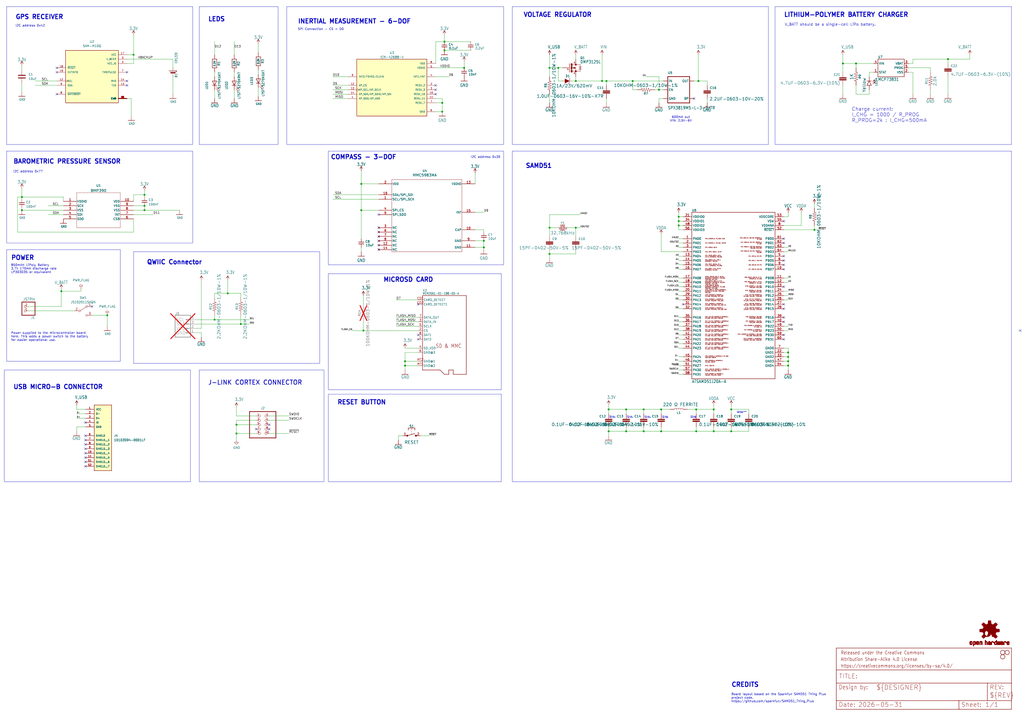
<source format=kicad_sch>
(kicad_sch (version 20230121) (generator eeschema)
  (paper "A2")
  (title_block (date "2024-02-06"))
  (lib_symbols
    (symbol "20021221:20021221-00010C4LF" (pin_names (offset 1.016) hide)
      (property "Reference" "JP" (at -6.35 8.255 0))
      (property "Value" "20021221-00010C4LF" (at -6.35 -10.1854 0))
      (symbol "20021221-00010C4LF_0_0"
        (pin passive inverted (at -2.54 5.08 0) (length 2.54) (name "~") (number "1"))
        (pin passive inverted (at 5.08 -5.08 180) (length 2.54) (name "~") (number "10"))
        (pin passive inverted (at 5.08 5.08 180) (length 2.54) (name "~") (number "2"))
        (pin passive inverted (at -2.54 2.54 0) (length 2.54) (name "~") (number "3"))
        (pin passive inverted (at 5.08 2.54 180) (length 2.54) (name "~") (number "4"))
        (pin passive inverted (at -2.54 0 0) (length 2.54) (name "~") (number "5"))
        (pin passive inverted (at 5.08 0 180) (length 2.54) (name "~") (number "6"))
        (pin passive inverted (at -2.54 -2.54 0) (length 2.54) (name "~") (number "7"))
        (pin passive inverted (at 5.08 -2.54 180) (length 2.54) (name "~") (number "8"))
        (pin passive inverted (at -2.54 -5.08 0) (length 2.54) (name "~") (number "9"))
      )
    )
    (symbol "Adafruit Feather M0 Adalogger-eagle-import:CON_JST_PH_2PIN"
      (property "Reference" "X" (at -6.35 5.715 0))
      (property "Value" "CON_JST_PH_2PIN" (at -6.35 -5.08 0))
      (symbol "CON_JST_PH_2PIN_1_0"
        (pin passive inverted (at -2.54 2.54 0) (length 2.54) (name "1") (number "1"))
        (pin passive inverted (at -2.54 0 0) (length 2.54) (name "2") (number "2"))
      )
    )
    (symbol "Adafruit Feather M0 Adalogger-eagle-import:GND" (power)
      (property "Value" "GND" (at -2.54 -2.54 0))
      (symbol "GND_1_0"
        (pin power_in line (at 0 2.54 270) (length 2.54) (name "GND") (number "1"))
      )
    )
    (symbol "Adafruit Feather M0 Adalogger-eagle-import:MICROSD"
      (property "Reference" "X" (at -12.7 22.606 0))
      (property "Value" "MICROSD" (at -12.7 20.828 0))
      (symbol "MICROSD_1_0"
        (text "SD & MMC" (at -5.08 -10.16 0) (effects (font (size 2.1844 1.8567)) (justify left bottom)))
        (pin bidirectional line (at -15.24 -5.08 0) (length 2.54) (name "DAT2") (number "1"))
        (pin input line (at -15.24 0 0) (length 2.54) (name "CS") (number "2"))
        (pin input line (at -15.24 5.08 0) (length 2.54) (name "DATA_IN") (number "3"))
        (pin power_in line (at -15.24 -10.16 0) (length 2.54) (name "SD_VDD") (number "4"))
        (pin input line (at -15.24 2.54 0) (length 2.54) (name "SCLK") (number "5"))
        (pin power_in line (at -15.24 -12.7 0) (length 2.54) (name "GND@3") (number "6"))
        (pin output line (at -15.24 7.62 0) (length 2.54) (name "DATA_OUT") (number "7"))
        (pin bidirectional line (at -15.24 -2.54 0) (length 2.54) (name "DAT1") (number "8"))
        (pin passive line (at -15.24 17.78 0) (length 2.54) (name "CARD_DETECT") (number "CD1"))
        (pin passive line (at -15.24 15.24 0) (length 2.54) (name "CARD_DETECT1") (number "CD2"))
        (pin power_in line (at -15.24 -20.32 0) (length 2.54) (name "GND@2") (number "MT1"))
        (pin power_in line (at -15.24 -17.78 0) (length 2.54) (name "GND@1") (number "MT2"))
      )
    )
    (symbol "Adafruit Feather M0 Adalogger-eagle-import:RESISTOR_0603_NOOUT"
      (property "Reference" "R" (at 0 2.54 0))
      (property "Value" "RESISTOR_0603_NOOUT" (at 0 0 0))
      (symbol "RESISTOR_0603_NOOUT_1_0"
        (pin passive line (at -5.08 0 0) (length 2.54) (name "1") (number "1"))
        (pin passive line (at 5.08 0 180) (length 2.54) (name "2") (number "2"))
      )
    )
    (symbol "Adafruit MPU6050-eagle-import:RESISTOR_0603_NOOUT"
      (property "Reference" "R" (at 0 2.54 0))
      (property "Value" "RESISTOR_0603_NOOUT" (at 0 0 0))
      (symbol "RESISTOR_0603_NOOUT_1_0"
        (pin passive line (at -5.08 0 0) (length 2.54) (name "1") (number "1"))
        (pin passive line (at 5.08 0 180) (length 2.54) (name "2") (number "2"))
      )
    )
    (symbol "Device:C" (pin_numbers hide) (pin_names (offset 0.254))
      (property "Reference" "C" (at 0.635 2.54 0))
      (property "Value" "C" (at 0.635 -2.54 0))
      (symbol "C_1_1"
        (pin passive line (at 0 3.81 270) (length 2.794) (name "~") (number "1"))
        (pin passive line (at 0 -3.81 90) (length 2.794) (name "~") (number "2"))
      )
    )
    (symbol "Device:C_Small" (pin_numbers hide) (pin_names (offset 0.254) hide)
      (property "Reference" "C" (at 0.254 1.778 0))
      (property "Value" "C_Small" (at 0.254 -2.032 0))
      (symbol "C_Small_1_1"
        (pin passive line (at 0 2.54 270) (length 2.032) (name "~") (number "1"))
        (pin passive line (at 0 -2.54 90) (length 2.032) (name "~") (number "2"))
      )
    )
    (symbol "Device:LED" (pin_numbers hide) (pin_names (offset 1.016) hide)
      (property "Reference" "D" (at 0 2.54 0))
      (property "Value" "LED" (at 0 -2.54 0))
      (symbol "LED_1_1"
        (pin passive line (at -3.81 0 0) (length 2.54) (name "K") (number "1"))
        (pin passive line (at 3.81 0 180) (length 2.54) (name "A") (number "2"))
      )
    )
    (symbol "SAMD51_Thing_Plus-eagle-import:0.1UF-0402-16V-10%"
      (property "Reference" "C" (at 1.524 2.921 0))
      (symbol "0.1UF-0402-16V-10%_1_0"
        (pin passive line (at 0 5.08 270) (length 2.54) (name "1") (number "1"))
        (pin passive line (at 0 -2.54 90) (length 2.54) (name "2") (number "2"))
      )
    )
    (symbol "SAMD51_Thing_Plus-eagle-import:1.0UF-0603-16V-10%-X7R"
      (property "Reference" "C" (at 1.524 2.921 0))
      (symbol "1.0UF-0603-16V-10%-X7R_1_0"
        (pin passive line (at 0 5.08 270) (length 2.54) (name "1") (number "1"))
        (pin passive line (at 0 -2.54 90) (length 2.54) (name "2") (number "2"))
      )
    )
    (symbol "SAMD51_Thing_Plus-eagle-import:10KOHM-0603-1/10W-1%"
      (property "Reference" "R" (at 0 1.524 0))
      (symbol "10KOHM-0603-1/10W-1%_1_0"
        (pin passive line (at -5.08 0 0) (length 2.54) (name "1") (number "1"))
        (pin passive line (at 5.08 0 180) (length 2.54) (name "2") (number "2"))
      )
    )
    (symbol "SAMD51_Thing_Plus-eagle-import:10UF-0805-10V-10%"
      (property "Reference" "C" (at 1.524 2.921 0))
      (symbol "10UF-0805-10V-10%_1_0"
        (pin passive line (at 0 5.08 270) (length 2.54) (name "1") (number "1"))
        (pin passive line (at 0 -2.54 90) (length 2.54) (name "2") (number "2"))
      )
    )
    (symbol "SAMD51_Thing_Plus-eagle-import:15PF-0402-50V-5%"
      (property "Reference" "C" (at 1.524 2.921 0))
      (symbol "15PF-0402-50V-5%_1_0"
        (pin passive line (at 0 5.08 270) (length 2.54) (name "1") (number "1"))
        (pin passive line (at 0 -2.54 90) (length 2.54) (name "2") (number "2"))
      )
    )
    (symbol "SAMD51_Thing_Plus-eagle-import:1KOHM-1/10W-1%(0603)"
      (property "Reference" "R" (at 0 1.524 0))
      (symbol "1KOHM-1/10W-1%(0603)_1_0"
        (pin passive line (at -5.08 0 0) (length 2.54) (name "1") (number "1"))
        (pin passive line (at 5.08 0 180) (length 2.54) (name "2") (number "2"))
      )
    )
    (symbol "SAMD51_Thing_Plus-eagle-import:2.0KOHM1/10W5%(0603)"
      (property "Reference" "R" (at 0 1.524 0))
      (symbol "2.0KOHM1/10W5%(0603)_1_0"
        (pin passive line (at -5.08 0 0) (length 2.54) (name "1") (number "1"))
        (pin passive line (at 5.08 0 180) (length 2.54) (name "2") (number "2"))
      )
    )
    (symbol "SAMD51_Thing_Plus-eagle-import:2.2KOHM-0603-1/10W-1%"
      (property "Reference" "R" (at 0 1.524 0))
      (symbol "2.2KOHM-0603-1/10W-1%_1_0"
        (pin passive line (at -5.08 0 0) (length 2.54) (name "1") (number "1"))
        (pin passive line (at 5.08 0 180) (length 2.54) (name "2") (number "2"))
      )
    )
    (symbol "SAMD51_Thing_Plus-eagle-import:2.2UF-0603-10V-20%"
      (property "Reference" "C" (at 1.524 2.921 0))
      (symbol "2.2UF-0603-10V-20%_1_0"
        (pin passive line (at 0 5.08 270) (length 2.54) (name "1") (number "1"))
        (pin passive line (at 0 -2.54 90) (length 2.54) (name "2") (number "2"))
      )
    )
    (symbol "SAMD51_Thing_Plus-eagle-import:3.3V" (power)
      (property "Value" "3.3V" (at -1.016 3.556 0))
      (symbol "3.3V_1_0"
        (pin power_in line (at 0 0 90) (length 2.54) (name "3.3V") (number "1"))
      )
    )
    (symbol "SAMD51_Thing_Plus-eagle-import:4.7UF-0603-6.3V-(10%)"
      (property "Reference" "C" (at 1.524 2.921 0))
      (symbol "4.7UF-0603-6.3V-(10%)_1_0"
        (pin passive line (at 0 5.08 270) (length 2.54) (name "1") (number "1"))
        (pin passive line (at 0 -2.54 90) (length 2.54) (name "2") (number "2"))
      )
    )
    (symbol "SAMD51_Thing_Plus-eagle-import:ATSAMD51J20A-A"
      (property "Reference" "U" (at -20.32 41.148 0))
      (symbol "ATSAMD51J20A-A_1_0"
        (text "EICNMI, ADC0_8, ADC1_2, X6/Y6,\nSERCOM0_0, SERCOM2_1, TC0_WO0,\nTCC0_WO0, TCC1_WO4" (at -12.7 2.54 0) (effects (font (size 0.508 0.4318)) (justify left)))
        (text "INT0, ADC0_12, X30/Y30, SERCOM5_2,\nTC7_WO0" (at 20.32 25.4 0) (effects (font (size 0.508 0.4318)) (justify right)))
        (text "INT0, SERCOM1_0, TC2_WO0, XIN32" (at -12.7 25.4 0) (effects (font (size 0.508 0.4318)) (justify left)))
        (text "INT0, SERCOM5_0, TC6_WO0,\nTCC3_WO0, TCC0_WO4" (at 20.32 -20.32 0) (effects (font (size 0.508 0.4318)) (justify right)))
        (text "INT0, X10/Y10, SERCOM1_0, SERCOM3_1,\nTC2_WO0, TCC1_WO0, TCC0_WO4" (at -12.7 -20.32 0) (effects (font (size 0.508 0.4318)) (justify left)))
        (text "INT1, ADC0_13, X31/Y31, SECOM5_3,\nTC7_WO1" (at 20.32 22.86 0) (effects (font (size 0.508 0.4318)) (justify right)))
        (text "INT1, SERCOM1_1, TC2_WO1, XOUT32" (at -12.7 22.86 0) (effects (font (size 0.508 0.4318)) (justify left)))
        (text "INT1, SERCOM5_1, TC6_WO1,\nTCC3_WO1, TCC0_WO5" (at 20.32 -22.86 0) (effects (font (size 0.508 0.4318)) (justify right)))
        (text "INT1, X11/Y11, SERCOM1_1, SERCOM3_0,\nTC2_WO1, TCC0_WO7, TCC1_WO3" (at -12.7 -22.86 0) (effects (font (size 0.508 0.4318)) (justify left)))
        (text "INT10, ADC0_10, X8/Y8,\nSERCOM0_2, SERCOM2_2, TC1_WO0,\nTCC0_WO2, TCC1_WO6" (at -12.7 -2.54 0) (effects (font (size 0.508 0.4318)) (justify left)))
        (text "INT10, SERCOM4_2, TC5_WO0,\nTCC0_WO4, TCC1_WO0" (at 20.32 -2.54 0) (effects (font (size 0.508 0.4318)) (justify right)))
        (text "INT11, ADC0_11, X9/Y9, SERCOM0_3,\nSERCOM2_3, TC1_WO1, TCC0_WO3,\nTCC1_WO7" (at -12.7 -5.08 0) (effects (font (size 0.508 0.4318)) (justify left)))
        (text "INT11, SERCOM4_3, TC5_WO1,\nTCC0_WO5, TCC1_WO1" (at 20.32 -5.08 0) (effects (font (size 0.508 0.4318)) (justify right)))
        (text "INT11, X18/Y18" (at -12.7 -48.26 0) (effects (font (size 0.508 0.4318)) (justify left)))
        (text "INT12, SERCOM2_0, SERCOM4_1,\nTC2_WO0, TCC0_WO6, TCC1_WO2" (at -12.7 -7.62 0) (effects (font (size 0.508 0.4318)) (justify left)))
        (text "INT12, X27/Y26, SERCOM4_0,\nTC4_WO0, TCC3_WO-, TCC0_WO0" (at 20.32 -7.62 0) (effects (font (size 0.508 0.4318)) (justify right)))
        (text "INT13, SERCOM2_1, SERCOM4_0,\nTC2_WO1, TCC0_WO7, TCC1_WO3" (at -12.7 -10.16 0) (effects (font (size 0.508 0.4318)) (justify left)))
        (text "INT13, X27/Y27, SERCOM4_1,\nTC4_WO1, TCC3_WO1, TCC0_WO1" (at 20.32 -10.16 0) (effects (font (size 0.508 0.4318)) (justify right)))
        (text "INT14, SERCOM2_2, SERCOM4_2,\nTC3_WO0, TCC2_WO0, TCC1_WO2, XIN" (at -12.7 -12.7 0) (effects (font (size 0.508 0.4318)) (justify left)))
        (text "INT14, SERCOM7_0, SERCOM5_1, TC0_WO0,\nTCC4_WO0, TCC0_WO6, SWO" (at 20.32 -30.48 0) (effects (font (size 0.508 0.4318)) (justify right)))
        (text "INT14, X19/Y19, SERCOM7_2, SERCOM1_2,\nTC6_WO0, TCC2_WO0, SWCLK" (at -12.7 -50.8 0) (effects (font (size 0.508 0.4318)) (justify left)))
        (text "INT14, X28/Y28, SERCOM4_2,\nTC5_WO0, TCC4_WO0, TCC0_WO2" (at 20.32 -12.7 0) (effects (font (size 0.508 0.4318)) (justify right)))
        (text "INT15, SERCOM2_3, SERCOM4_3,\nTC3_WO1, TCC2_WO1, TCC1_WO3, XOUT" (at -12.7 -15.24 0) (effects (font (size 0.508 0.4318)) (justify left)))
        (text "INT15, SERCOM7_1, SERCOM5_0,\nTC0_WO1, TCC4_WO1, TCC0_WO7" (at 20.32 -33.02 0) (effects (font (size 0.508 0.4318)) (justify right)))
        (text "INT15, SERCOM7_3, SERCOM1_3,\nTC6_WO1, TCC2_WO1, SWDIO" (at -12.7 -53.34 0) (effects (font (size 0.508 0.4318)) (justify left)))
        (text "INT15, X29/Y29, SERCOM4_3,\nTC5_WO1, TCC4_WO1, TCC0_WO3" (at 20.32 -15.24 0) (effects (font (size 0.508 0.4318)) (justify right)))
        (text "INT2, ADC0_0, DAC_0" (at -12.7 20.32 0) (effects (font (size 0.508 0.4318)) (justify left)))
        (text "INT2, ADC0_14, X20/Y20, SECOM5_0,\nTC6_WO0, TCC2_WO2" (at 20.32 20.32 0) (effects (font (size 0.508 0.4318)) (justify right)))
        (text "INT2, X12/Y12, SERCOM1_2, SERCOM3_2,\nTC3_WO0, TCC1_WO2, TCC0_WO6" (at -12.7 -25.4 0) (effects (font (size 0.508 0.4318)) (justify left)))
        (text "INT3, ADC0_15, X21/Y21, SECOM5_1,\nTC6_WO1" (at 20.32 17.78 0) (effects (font (size 0.508 0.4318)) (justify right)))
        (text "INT3, VREFA, ADC0_1, X0/Y0" (at -12.7 17.78 0) (effects (font (size 0.508 0.4318)) (justify left)))
        (text "INT3, X13/Y13, SERCOM1_3, SECOM3_3,\nTC3_WO1, TCC1_WO3, TCC0_WO7" (at -12.7 -27.94 0) (effects (font (size 0.508 0.4318)) (justify left)))
        (text "INT4, ADC1_6, X21/Y21" (at 20.32 15.24 0) (effects (font (size 0.508 0.4318)) (justify right)))
        (text "INT4, VREFB, ADC0_4, AC_0,\nX3/Y3, SERCOM0_0, TC0_WO0" (at -12.7 15.24 0) (effects (font (size 0.508 0.4318)) (justify left)))
        (text "INT4, X14/Y14, SERCOM5_2, SERCOM3_2,\nTC7_WO0, TCC1_WO4, TCC0_WO0" (at -12.7 -30.48 0) (effects (font (size 0.508 0.4318)) (justify left)))
        (text "INT5, ADC0_5, AC_1, DAC_1,\nSERCOM0_1, TC0_WO1" (at -12.7 12.7 0) (effects (font (size 0.508 0.4318)) (justify left)))
        (text "INT5, ADC1_7, X23/Y23" (at 20.32 12.7 0) (effects (font (size 0.508 0.4318)) (justify right)))
        (text "INT5, X15/Y15, SERCOM5_3, SERCOM3_3,\nTC7_WO1, TCC1_WO5, TCC0_WO1" (at -12.7 -33.02 0) (effects (font (size 0.508 0.4318)) (justify left)))
        (text "INT6, ADC1_8, X24/Y24" (at 20.32 10.16 0) (effects (font (size 0.508 0.4318)) (justify right)))
        (text "INT6, SERCOM1_2, SERCOM5_2,\nTC7_WO0, XIN" (at 20.32 -25.4 0) (effects (font (size 0.508 0.4318)) (justify right)))
        (text "INT6, VREFC, ADC0_6, AC_2,\nX4/Y4, SERCOM0_2, TC1_WO0" (at -12.7 10.16 0) (effects (font (size 0.508 0.4318)) (justify left)))
        (text "INT6, X16/Y16, SERCOM3_0, SERCOM5_1,\nTC4_WO0, TCC1_WO6, TCC0_WO2" (at -12.7 -35.56 0) (effects (font (size 0.508 0.4318)) (justify left)))
        (text "INT7, ADC0_7, AC_3, X5/Y5,\nSERCOM0_3, TC1_WO1" (at -12.7 7.62 0) (effects (font (size 0.508 0.4318)) (justify left)))
        (text "INT7, ADC1_9, X25/Y25" (at 20.32 7.62 0) (effects (font (size 0.508 0.4318)) (justify right)))
        (text "INT7, SERCOM1_3, SERCOM5_3,\nTC7_WO1, XOUT" (at 20.32 -27.94 0) (effects (font (size 0.508 0.4318)) (justify right)))
        (text "INT7, X17/Y17, SERCOM3_1, SERCOM5_0,\nTC4_WO1, TCC1_WO7, TCC0_WO3" (at -12.7 -38.1 0) (effects (font (size 0.508 0.4318)) (justify left)))
        (text "INT8, ADC0_2, ADC1_0, X1/Y1,\nSERCOM4_0, TC4_WO0" (at 20.32 2.54 0) (effects (font (size 0.508 0.4318)) (justify right)))
        (text "INT8, SERCOM3_2, SERCOM5_2, TC4_WO0,\nTCC2_WO2, USB_DM" (at -12.7 -43.18 0) (effects (font (size 0.508 0.4318)) (justify left)))
        (text "INT9, ADC0_3, ADC1_1, X2/Y2,\nSERCOM4_1, TC4_WO1" (at 20.32 0 0) (effects (font (size 0.508 0.4318)) (justify right)))
        (text "INT9, ADC0_9, ADC1_3, X7/Y7,\nSERCOM0_1, SERCOM2_0, TC0_WO1,\nTCC0_WO1, TCC1_WO5" (at -12.7 0 0) (effects (font (size 0.508 0.4318)) (justify left)))
        (text "INT9, SERCOM3_3, SERCOM5_3,\nTC5_WO1, USB_DP" (at -12.7 -45.72 0) (effects (font (size 0.508 0.4318)) (justify left)))
        (pin bidirectional line (at -25.4 25.4 0) (length 5.08) (name "PA00") (number "1"))
        (pin bidirectional line (at 33.02 7.62 180) (length 5.08) (name "PB07") (number "10"))
        (pin bidirectional line (at 33.02 2.54 180) (length 5.08) (name "PB08") (number "11"))
        (pin bidirectional line (at 33.02 0 180) (length 5.08) (name "PB09") (number "12"))
        (pin bidirectional line (at -25.4 15.24 0) (length 5.08) (name "PA04") (number "13"))
        (pin bidirectional line (at -25.4 12.7 0) (length 5.08) (name "PA05") (number "14"))
        (pin bidirectional line (at -25.4 10.16 0) (length 5.08) (name "PA06") (number "15"))
        (pin bidirectional line (at -25.4 7.62 0) (length 5.08) (name "PA07") (number "16"))
        (pin bidirectional line (at -25.4 2.54 0) (length 5.08) (name "PA08") (number "17"))
        (pin bidirectional line (at -25.4 0 0) (length 5.08) (name "PA09") (number "18"))
        (pin bidirectional line (at -25.4 -2.54 0) (length 5.08) (name "PA10") (number "19"))
        (pin bidirectional line (at -25.4 22.86 0) (length 5.08) (name "PA01") (number "2"))
        (pin bidirectional line (at -25.4 -5.08 0) (length 5.08) (name "PA11") (number "20"))
        (pin bidirectional line (at -25.4 38.1 0) (length 5.08) (name "VDDIO0") (number "21"))
        (pin bidirectional line (at 33.02 -40.64 180) (length 5.08) (name "GND1") (number "22"))
        (pin bidirectional line (at 33.02 -2.54 180) (length 5.08) (name "PB10") (number "23"))
        (pin bidirectional line (at 33.02 -5.08 180) (length 5.08) (name "PB11") (number "24"))
        (pin bidirectional line (at 33.02 -7.62 180) (length 5.08) (name "PB12") (number "25"))
        (pin bidirectional line (at 33.02 -10.16 180) (length 5.08) (name "PB13") (number "26"))
        (pin bidirectional line (at 33.02 -12.7 180) (length 5.08) (name "PB14") (number "27"))
        (pin bidirectional line (at 33.02 -15.24 180) (length 5.08) (name "PB15") (number "28"))
        (pin bidirectional line (at -25.4 -7.62 0) (length 5.08) (name "PA12") (number "29"))
        (pin bidirectional line (at -25.4 20.32 0) (length 5.08) (name "PA02") (number "3"))
        (pin bidirectional line (at -25.4 -10.16 0) (length 5.08) (name "PA13") (number "30"))
        (pin bidirectional line (at -25.4 -12.7 0) (length 5.08) (name "PA14") (number "31"))
        (pin bidirectional line (at -25.4 -15.24 0) (length 5.08) (name "PA15") (number "32"))
        (pin bidirectional line (at 33.02 -43.18 180) (length 5.08) (name "GND2") (number "33"))
        (pin bidirectional line (at -25.4 35.56 0) (length 5.08) (name "VDDIO1") (number "34"))
        (pin bidirectional line (at -25.4 -20.32 0) (length 5.08) (name "PA16") (number "35"))
        (pin bidirectional line (at -25.4 -22.86 0) (length 5.08) (name "PA17") (number "36"))
        (pin bidirectional line (at -25.4 -25.4 0) (length 5.08) (name "PA18") (number "37"))
        (pin bidirectional line (at -25.4 -27.94 0) (length 5.08) (name "PA19") (number "38"))
        (pin bidirectional line (at 33.02 -20.32 180) (length 5.08) (name "PB16") (number "39"))
        (pin bidirectional line (at -25.4 17.78 0) (length 5.08) (name "PA03") (number "4"))
        (pin bidirectional line (at 33.02 -22.86 180) (length 5.08) (name "PB17") (number "40"))
        (pin bidirectional line (at -25.4 -30.48 0) (length 5.08) (name "PA20") (number "41"))
        (pin bidirectional line (at -25.4 -33.02 0) (length 5.08) (name "PA21") (number "42"))
        (pin bidirectional line (at -25.4 -35.56 0) (length 5.08) (name "PA22") (number "43"))
        (pin bidirectional line (at -25.4 -38.1 0) (length 5.08) (name "PA23") (number "44"))
        (pin bidirectional line (at -25.4 -43.18 0) (length 5.08) (name "PA24") (number "45"))
        (pin bidirectional line (at -25.4 -45.72 0) (length 5.08) (name "PA25") (number "46"))
        (pin bidirectional line (at 33.02 -45.72 180) (length 5.08) (name "GND3") (number "47"))
        (pin bidirectional line (at -25.4 33.02 0) (length 5.08) (name "VDDIO2") (number "48"))
        (pin bidirectional line (at 33.02 -25.4 180) (length 5.08) (name "PB22") (number "49"))
        (pin bidirectional line (at 33.02 15.24 180) (length 5.08) (name "PB04") (number "5"))
        (pin bidirectional line (at 33.02 -27.94 180) (length 5.08) (name "PB23") (number "50"))
        (pin bidirectional line (at -25.4 -48.26 0) (length 5.08) (name "PA27") (number "51"))
        (pin bidirectional line (at 33.02 30.48 180) (length 5.08) (name "~{RESET}") (number "52"))
        (pin bidirectional line (at 33.02 38.1 180) (length 5.08) (name "VDDCORE") (number "53"))
        (pin bidirectional line (at 33.02 -48.26 180) (length 5.08) (name "GND4") (number "54"))
        (pin bidirectional line (at 33.02 35.56 180) (length 5.08) (name "VSW") (number "55"))
        (pin bidirectional line (at -25.4 30.48 0) (length 5.08) (name "VDDIO3") (number "56"))
        (pin bidirectional line (at -25.4 -50.8 0) (length 5.08) (name "PA30") (number "57"))
        (pin bidirectional line (at -25.4 -53.34 0) (length 5.08) (name "PA31") (number "58"))
        (pin bidirectional line (at 33.02 -30.48 180) (length 5.08) (name "PB30") (number "59"))
        (pin bidirectional line (at 33.02 12.7 180) (length 5.08) (name "PB05") (number "6"))
        (pin bidirectional line (at 33.02 -33.02 180) (length 5.08) (name "PB31") (number "60"))
        (pin bidirectional line (at 33.02 25.4 180) (length 5.08) (name "PB00") (number "61"))
        (pin bidirectional line (at 33.02 22.86 180) (length 5.08) (name "PB01") (number "62"))
        (pin bidirectional line (at 33.02 20.32 180) (length 5.08) (name "PB02") (number "63"))
        (pin bidirectional line (at 33.02 17.78 180) (length 5.08) (name "PB03") (number "64"))
        (pin bidirectional line (at 33.02 -38.1 180) (length 5.08) (name "GND0") (number "7"))
        (pin bidirectional line (at 33.02 33.02 180) (length 5.08) (name "VDDANA") (number "8"))
        (pin bidirectional line (at 33.02 10.16 180) (length 5.08) (name "PB06") (number "9"))
      )
    )
    (symbol "SAMD51_Thing_Plus-eagle-import:CRYSTAL-32.768KHZSMD-3.2X1.5"
      (property "Reference" "Y" (at 0 2.032 0))
      (symbol "CRYSTAL-32.768KHZSMD-3.2X1.5_1_0"
        (text "1" (at -2.159 -1.143 0) (effects (font (size 0.8636 0.734)) (justify left bottom)))
        (text "2" (at 1.524 -1.143 0) (effects (font (size 0.8636 0.734)) (justify left bottom)))
        (pin passive line (at -2.54 0 0) (length 0) (name "1") (number "P$1"))
        (pin passive line (at 2.54 0 180) (length 0) (name "2") (number "P$2"))
      )
    )
    (symbol "SAMD51_Thing_Plus-eagle-import:DIODE-SCHOTTKY-BAT20J"
      (property "Reference" "D" (at -2.54 2.032 0))
      (symbol "DIODE-SCHOTTKY-BAT20J_1_0"
        (pin passive line (at -2.54 0 0) (length 0) (name "A") (number "A"))
        (pin passive line (at 2.54 0 180) (length 0) (name "C") (number "C"))
      )
    )
    (symbol "SAMD51_Thing_Plus-eagle-import:GND" (power)
      (property "Value" "GND" (at -2.54 -2.54 0))
      (symbol "GND_1_0"
        (pin power_in line (at 0 2.54 270) (length 2.54) (name "GND") (number "1"))
      )
    )
    (symbol "SAMD51_Thing_Plus-eagle-import:INDUCTORFB-30OHM"
      (property "Reference" "L" (at 1.27 2.54 0))
      (symbol "INDUCTORFB-30OHM_1_0"
        (pin passive line (at 0 5.08 270) (length 2.54) (name "1") (number "1"))
        (pin passive line (at 0 -5.08 90) (length 2.54) (name "2") (number "2"))
      )
    )
    (symbol "SAMD51_Thing_Plus-eagle-import:LED-YELLOW0603"
      (property "Reference" "D" (at -3.429 -4.572 90))
      (symbol "LED-YELLOW0603_1_0"
        (pin passive line (at 0 2.54 270) (length 2.54) (name "A") (number "A"))
        (pin passive line (at 0 -5.08 90) (length 2.54) (name "C") (number "C"))
      )
    )
    (symbol "SAMD51_Thing_Plus-eagle-import:MCP73831"
      (symbol "MCP73831_1_0"
        (pin output line (at -10.16 -2.54 0) (length 2.54) (name "STAT") (number "1"))
        (pin power_in line (at 10.16 -2.54 180) (length 2.54) (name "VSS") (number "2"))
        (pin power_in line (at 10.16 2.54 180) (length 2.54) (name "VBAT") (number "3"))
        (pin power_in line (at -10.16 2.54 0) (length 2.54) (name "VIN") (number "4"))
        (pin input line (at 10.16 0 180) (length 2.54) (name "PROG") (number "5"))
      )
    )
    (symbol "SAMD51_Thing_Plus-eagle-import:MOSFET-PCHANNELDMG2307L"
      (property "Reference" "Q" (at 5.08 2.54 0))
      (symbol "MOSFET-PCHANNELDMG2307L_1_0"
        (text "D" (at -1.27 2.54 0) (effects (font (size 0.8128 0.6908)) (justify left bottom)))
        (text "G" (at -5.08 -1.27 0) (effects (font (size 0.8128 0.6908)) (justify left bottom)))
        (text "S" (at -1.27 -3.556 0) (effects (font (size 0.8128 0.6908)) (justify left bottom)))
        (pin passive line (at -7.62 0 0) (length 2.54) (name "G") (number "1"))
        (pin passive line (at 0 -5.08 90) (length 2.54) (name "S") (number "2"))
        (pin passive line (at 0 5.08 270) (length 2.54) (name "D") (number "3"))
      )
    )
    (symbol "SAMD51_Thing_Plus-eagle-import:QWIIC_CONNECTORJS-1MM"
      (property "Reference" "J" (at -5.08 7.874 0))
      (symbol "QWIIC_CONNECTORJS-1MM_1_0"
        (text "GND" (at -4.572 -2.54 0) (effects (font (size 1.778 1.778)) (justify left)))
        (text "SCL" (at -4.572 5.08 0) (effects (font (size 1.778 1.778)) (justify left)))
        (text "SDA" (at -4.572 2.54 0) (effects (font (size 1.778 1.778)) (justify left)))
        (text "VCC" (at -4.572 0 0) (effects (font (size 1.778 1.778)) (justify left)))
        (pin power_in line (at 7.62 -2.54 180) (length 5.08) (name "1") (number "1"))
        (pin power_in line (at 7.62 0 180) (length 5.08) (name "2") (number "2"))
        (pin passive line (at 7.62 2.54 180) (length 5.08) (name "3") (number "3"))
        (pin passive line (at 7.62 5.08 180) (length 5.08) (name "4") (number "4"))
      )
    )
    (symbol "SAMD51_Thing_Plus-eagle-import:VCC" (power)
      (property "Value" "VCC" (at 0 2.794 0))
      (symbol "VCC_1_0"
        (pin power_in line (at 0 0 90) (length 2.54) (name "VCC") (number "1"))
      )
    )
    (symbol "SAMD51_Thing_Plus-eagle-import:VDDA" (power)
      (property "Value" "VDDA" (at 0 2.794 0))
      (symbol "VDDA_1_0"
        (pin power_in line (at 0 0 90) (length 2.54) (name "VDDA") (number "1"))
      )
    )
    (symbol "SAMD51_Thing_Plus-eagle-import:VIN" (power)
      (property "Value" "VIN" (at -1.016 3.556 0))
      (symbol "VIN_1_0"
        (pin power_in line (at 0 0 90) (length 2.54) (name "VIN") (number "1"))
      )
    )
    (symbol "SAMD51_Thing_Plus-eagle-import:V_BATT" (power)
      (property "Value" "V_BATT" (at -1.016 3.556 0))
      (symbol "V_BATT_1_0"
        (pin power_in line (at 0 0 90) (length 2.54) (name "V_BATT") (number "1"))
      )
    )
    (symbol "SAMD51_Thing_Plus-eagle-import:V_REG_LDOSMD"
      (property "Reference" "U" (at -7.62 9.144 0))
      (symbol "V_REG_LDOSMD_1_0"
        (pin input line (at -10.16 5.08 0) (length 2.54) (name "IN") (number "1"))
        (pin input line (at -10.16 -5.08 0) (length 2.54) (name "GND") (number "2"))
        (pin input line (at -10.16 0 0) (length 2.54) (name "EN") (number "3"))
        (pin input line (at 7.62 -5.08 180) (length 2.54) (name "BP") (number "4"))
        (pin passive line (at 7.62 5.08 180) (length 2.54) (name "OUT") (number "5"))
      )
    )
    (symbol "SAMD51_Thing_Plus-eagle-import:V_USB" (power)
      (property "Value" "V_USB" (at -1.016 3.556 0))
      (symbol "V_USB_1_0"
        (pin power_in line (at 0 0 90) (length 2.54) (name "V_USB") (number "1"))
      )
    )
    (symbol "Switch:SW_SPDT" (pin_names (offset 0) hide)
      (property "Reference" "SW" (at 0 4.318 0))
      (property "Value" "SW_SPDT" (at 0 -5.08 0))
      (symbol "SW_SPDT_1_1"
        (pin passive line (at 5.08 2.54 180) (length 2.54) (name "A") (number "1"))
        (pin passive line (at -5.08 0 0) (length 2.54) (name "B") (number "2"))
        (pin passive line (at 5.08 -2.54 180) (length 2.54) (name "C") (number "3"))
      )
    )
    (symbol "dropkick:ICM-42688-P" (pin_names (offset 1.016))
      (property "Reference" "U" (at -20.32 16.002 0))
      (property "Value" "ICM-42688-P" (at -20.32 -20.32 0))
      (symbol "ICM-42688-P_0_0"
        (pin bidirectional line (at -25.4 -7.62 0) (length 5.08) (name "AP_SDO/AP_AD0") (number "1"))
        (pin passive line (at 25.4 -5.08 180) (length 5.08) (name "RESV_10") (number "10"))
        (pin passive line (at 25.4 -7.62 180) (length 5.08) (name "RESV_11") (number "11"))
        (pin input line (at -25.4 0 0) (length 5.08) (name "AP_CS") (number "12"))
        (pin input clock (at -25.4 -2.54 0) (length 5.08) (name "AP_SCL/AP_SCLK") (number "13"))
        (pin bidirectional line (at -25.4 -5.08 0) (length 5.08) (name "AP_SDA/AP_SDIO/AP_SDI") (number "14"))
        (pin passive line (at 25.4 0 180) (length 5.08) (name "RESV_2") (number "2"))
        (pin passive line (at 25.4 -2.54 180) (length 5.08) (name "RESV_3") (number "3"))
        (pin output line (at 25.4 5.08 180) (length 5.08) (name "INT1/INT") (number "4"))
        (pin power_in line (at 25.4 10.16 180) (length 5.08) (name "VDDIO") (number "5"))
        (pin power_in line (at 25.4 -15.24 180) (length 5.08) (name "GND") (number "6"))
        (pin passive line (at 25.4 -10.16 180) (length 5.08) (name "RESV_7") (number "7"))
        (pin power_in line (at 25.4 12.7 180) (length 5.08) (name "VDD") (number "8"))
        (pin bidirectional line (at -25.4 5.08 0) (length 5.08) (name "INT2/FSYNC/CLKIN") (number "9"))
      )
    )
    (symbol "dropkick:SAM-M8Q-0-10" (pin_names (offset 1.016))
      (property "Reference" "U" (at -15.24 16.129 0))
      (property "Value" "SAM-M8Q-0-10" (at -15.24 -17.78 0))
      (symbol "SAM-M8Q-0-10_0_0"
        (pin power_in line (at 20.32 -12.7 180) (length 5.08) (name "GND") (number "1"))
        (pin power_in line (at 20.32 -12.7 180) (length 5.08) (name "GND") (number "10"))
        (pin power_in line (at 20.32 -12.7 180) (length 5.08) (name "GND") (number "11"))
        (pin input clock (at -20.32 -2.54 0) (length 5.08) (name "SCL") (number "12"))
        (pin output line (at 20.32 -5.08 180) (length 5.08) (name "TXD") (number "13"))
        (pin input line (at 20.32 -2.54 180) (length 5.08) (name "RXD") (number "14"))
        (pin power_in line (at 20.32 -12.7 180) (length 5.08) (name "GND") (number "15"))
        (pin power_in line (at 20.32 -12.7 180) (length 5.08) (name "GND") (number "16"))
        (pin power_in line (at 20.32 12.7 180) (length 5.08) (name "VCC") (number "17"))
        (pin input line (at -20.32 5.08 0) (length 5.08) (name "~{RESET}") (number "18"))
        (pin input line (at -20.32 2.54 0) (length 5.08) (name "EXTINT0") (number "19"))
        (pin power_in line (at 20.32 7.62 180) (length 5.08) (name "VCC_IO") (number "2"))
        (pin power_in line (at 20.32 -12.7 180) (length 5.08) (name "GND") (number "20"))
        (pin power_in line (at 20.32 10.16 180) (length 5.08) (name "V_BCKP") (number "3"))
        (pin power_in line (at 20.32 -12.7 180) (length 5.08) (name "GND") (number "4"))
        (pin power_in line (at 20.32 -12.7 180) (length 5.08) (name "GND") (number "5"))
        (pin power_in line (at 20.32 -12.7 180) (length 5.08) (name "GND") (number "6"))
        (pin output line (at 20.32 2.54 180) (length 5.08) (name "TIMEPULSE") (number "7"))
        (pin input line (at -20.32 -10.16 0) (length 5.08) (name "~{SAFEBOOT}") (number "8"))
        (pin bidirectional line (at -20.32 -5.08 0) (length 5.08) (name "SDA") (number "9"))
      )
    )
    (symbol "peakick:10103594-0001LF" (pin_names (offset 1.016))
      (property "Reference" "J" (at -5.08 11.43 0))
      (property "Value" "10103594-0001LF" (at -5.08 -30.48 0))
      (symbol "10103594-0001LF_0_0"
        (pin power_in line (at -10.16 7.62 0) (length 5.08) (name "VCC") (number "1"))
        (pin passive line (at -10.16 -17.78 0) (length 5.08) (name "SHIELD__4") (number "10"))
        (pin passive line (at -10.16 -20.32 0) (length 5.08) (name "SHIELD__5") (number "11"))
        (pin bidirectional line (at -10.16 5.08 0) (length 5.08) (name "D-") (number "2"))
        (pin bidirectional line (at -10.16 2.54 0) (length 5.08) (name "D+") (number "3"))
        (pin bidirectional line (at -10.16 0 0) (length 5.08) (name "ID") (number "4"))
        (pin power_in line (at -10.16 -2.54 0) (length 5.08) (name "GND") (number "5"))
        (pin passive line (at -10.16 -7.62 0) (length 5.08) (name "SHIELD") (number "6"))
        (pin passive line (at -10.16 -10.16 0) (length 5.08) (name "SHIELD__1") (number "7"))
        (pin passive line (at -10.16 -12.7 0) (length 5.08) (name "SHIELD__2") (number "8"))
        (pin passive line (at -10.16 -15.24 0) (length 5.08) (name "SHIELD__3") (number "9"))
        (pin passive line (at -10.16 -22.86 0) (length 5.08) (name "SHIELD__6") (number "S1"))
        (pin passive line (at -10.16 -25.4 0) (length 5.08) (name "SHIELD__7") (number "S2"))
      )
    )
    (symbol "peakick:3.3V" (power)
      (property "Value" "3.3V" (at 0 2.794 0))
      (symbol "3.3V_1_0"
        (pin power_in line (at 0 0 90) (length 2.54) (name "3.3V") (number "1"))
      )
    )
    (symbol "peakick:BATTERYCR1220_2"
      (property "Reference" "B" (at -2.54 3.175 0))
      (property "Value" "BATTERYCR1220_2" (at -2.54 -5.08 0))
      (symbol "BATTERYCR1220_2_1_0"
        (text "+" (at 1.27 -1.143 900) (effects (font (size 1.27 1.0795)) (justify right top)))
        (text "-" (at -1.778 -1.143 900) (effects (font (size 1.27 1.0795)) (justify right top)))
        (pin passive line (at 2.54 0 180) (length 0) (name "+") (number "+"))
        (pin passive line (at -2.54 0 0) (length 0) (name "-") (number "-"))
      )
    )
    (symbol "peakick:BMP390" (pin_names (offset 0.254))
      (property "Reference" "U" (at 20.32 10.16 0))
      (property "Value" "BMP390" (at 20.32 7.62 0))
      (symbol "BMP390_0_1"
        (pin power_in line (at 0 0 0) (length 7.62) (name "VDDIO") (number "1"))
        (pin power_in line (at 40.64 0 180) (length 7.62) (name "VDD") (number "10"))
        (pin input line (at 0 -2.54 0) (length 7.62) (name "SCK") (number "2"))
        (pin power_out line (at 0 -5.08 0) (length 7.62) (name "VSS") (number "3"))
        (pin bidirectional line (at 0 -7.62 0) (length 7.62) (name "SDI") (number "4"))
        (pin bidirectional line (at 0 -10.16 0) (length 7.62) (name "SDO") (number "5"))
        (pin input line (at 40.64 -10.16 180) (length 7.62) (name "CSB") (number "6"))
        (pin input line (at 40.64 -7.62 180) (length 7.62) (name "INT") (number "7"))
        (pin power_out line (at 40.64 -5.08 180) (length 7.62) (name "VSS") (number "8"))
        (pin power_out line (at 40.64 -2.54 180) (length 7.62) (name "VSS") (number "9"))
      )
    )
    (symbol "peakick:FRAME-LETTER"
      (symbol "FRAME-LETTER_2_0"
        (text "${#}/${##}" (at 86.36 1.27 0) (effects (font (size 2.54 2.54)) (justify left bottom)))
        (text "${CURRENT_DATE}" (at 12.7 1.27 0) (effects (font (size 2.54 2.54)) (justify left bottom)))
        (text "${DESIGNER}" (at 23.114 11.176 0) (effects (font (size 2.7432 2.7432)) (justify left bottom)))
        (text "${PROJECTNAME}" (at 15.494 17.78 0) (effects (font (size 2.7432 2.7432)) (justify left bottom)))
        (text "${REV}" (at 88.9 6.604 0) (effects (font (size 2.7432 2.7432)) (justify left bottom)))
        (text "Attribution Share-Alike 4.0 License" (at 2.54 27.94 0) (effects (font (size 1.9304 1.6408)) (justify left bottom)))
        (text "Date:" (at 1.27 1.27 0) (effects (font (size 2.54 2.54)) (justify left bottom)))
        (text "Design by:" (at 1.27 11.43 0) (effects (font (size 2.54 2.159)) (justify left bottom)))
        (text "https://creativecommons.org/licenses/by-sa/4.0/" (at 2.54 24.13 0) (effects (font (size 1.9304 1.6408)) (justify left bottom)))
        (text "Released under the Creative Commons" (at 2.54 31.75 0) (effects (font (size 1.9304 1.6408)) (justify left bottom)))
        (text "REV:" (at 88.9 11.43 0) (effects (font (size 2.54 2.54)) (justify left bottom)))
        (text "Sheet:" (at 72.39 1.27 0) (effects (font (size 2.54 2.54)) (justify left bottom)))
        (text "TITLE:" (at 1.524 17.78 0) (effects (font (size 2.54 2.54)) (justify left bottom)))
      )
    )
    (symbol "peakick:GND" (power)
      (property "Value" "GND" (at 0 -0.254 0))
      (symbol "GND_1_0"
        (pin power_in line (at 0 2.54 270) (length 2.54) (name "GND") (number "1"))
      )
    )
    (symbol "peakick:KMR2_TACTILE_SWITCH"
      (property "Reference" "S1" (at 0 4.826 0))
      (property "Value" "RESET" (at 0 -2.794 0))
      (symbol "KMR2_TACTILE_SWITCH_1_0"
        (pin passive line (at -5.08 0 0) (length 2.54) (name "1") (number "1"))
        (pin passive line (at 5.08 0 180) (length 2.54) (name "2") (number "2"))
      )
    )
    (symbol "peakick:MMC5983MA" (pin_names (offset 0.254))
      (property "Reference" "U" (at 35.56 10.16 0))
      (property "Value" "MMC5983MA" (at 35.56 7.62 0))
      (symbol "MMC5983MA_0_1"
        (pin input line (at 8.89 -6.35 0) (length 7.62) (name "SCL/SPI_SCK") (number "1"))
        (pin power_in line (at 64.77 -24.13 180) (length 7.62) (name "CAP") (number "10"))
        (pin power_out line (at 64.77 -34.29 180) (length 7.62) (name "GND") (number "11"))
        (pin no_connect line (at 8.89 -33.02 0) (length 7.62) (name "NC") (number "12"))
        (pin power_in line (at 64.77 2.54 180) (length 7.62) (name "VDDIO") (number "13"))
        (pin output line (at 64.77 -13.97 180) (length 7.62) (name "INT") (number "15"))
        (pin bidirectional line (at 8.89 -3.81 0) (length 7.62) (name "SDA/SPI_SDI") (number "16"))
        (pin power_in line (at 8.89 2.54 0) (length 7.62) (name "VDD") (number "2"))
        (pin no_connect line (at 8.89 -22.86 0) (length 7.62) (name "NC") (number "3"))
        (pin input line (at 8.89 -12.7 0) (length 7.62) (name "SPI_CS") (number "4"))
        (pin output line (at 8.89 -15.24 0) (length 7.62) (name "SPI_SDO") (number "5"))
        (pin no_connect line (at 8.89 -25.4 0) (length 7.62) (name "NC") (number "6"))
        (pin no_connect line (at 8.89 -27.94 0) (length 7.62) (name "NC") (number "7"))
        (pin no_connect line (at 8.89 -30.48 0) (length 7.62) (name "NC") (number "8"))
      )
      (symbol "MMC5983MA_1_1"
        (pin no_connect line (at 8.89 -35.56 0) (length 7.62) (name "NC") (number "14"))
        (pin power_out line (at 64.77 -30.48 180) (length 7.62) (name "GND") (number "9"))
      )
    )
    (symbol "peakick:OSHW-LOGOS")
    (symbol "peakick:STAND-OFFTIGHT")
    (symbol "peakick:V_BATT" (power)
      (property "Value" "V_BATT" (at 0 2.794 0))
      (symbol "V_BATT_1_0"
        (pin power_in line (at 0 0 90) (length 2.54) (name "V_BATT") (number "1"))
      )
    )
    (symbol "power:GND" (power) (pin_names (offset 0))
      (property "Value" "GND" (at 0 -3.81 0))
      (symbol "GND_1_1"
        (pin power_in line (at 0 0 270) (length 0) hide (name "GND") (number "1"))
      )
    )
    (symbol "power:PWR_FLAG" (power) (pin_numbers hide) (pin_names (offset 0) hide)
      (property "Value" "PWR_FLAG" (at 0 3.81 0))
      (symbol "PWR_FLAG_0_0"
        (pin power_out line (at 0 0 90) (length 0) (name "pwr") (number "1"))
      )
    )
  )
  (junction (at 132.08 170.18))
  (junction (at 318.77 39.37))
  (junction (at 234.95 212.09))
  (junction (at 12.7 121.92))
  (junction (at 496.57 36.83))
  (junction (at 83.82 119.38))
  (junction (at 209.55 106.68))
  (junction (at 256.54 59.69))
  (junction (at 137.16 246.38))
  (junction (at 363.22 237.49))
  (junction (at 137.16 251.46))
  (junction (at 83.82 121.92))
  (junction (at 257.81 29.21))
  (junction (at 414.02 250.19))
  (junction (at 83.82 113.03))
  (junction (at 457.2 212.09))
  (junction (at 367.03 46.99))
  (junction (at 457.2 207.01))
  (junction (at 269.24 39.37))
  (junction (at 318.77 132.08))
  (junction (at 351.79 46.99))
  (junction (at 424.18 250.19))
  (junction (at 403.86 237.49))
  (junction (at 256.54 64.77))
  (junction (at 403.86 250.19))
  (junction (at 35.56 168.91))
  (junction (at 457.2 209.55))
  (junction (at 349.25 46.99))
  (junction (at 373.38 250.19))
  (junction (at 405.13 46.99))
  (junction (at 124.46 185.42))
  (junction (at 280.67 143.51))
  (junction (at 234.95 209.55))
  (junction (at 353.06 237.49))
  (junction (at 424.18 237.49))
  (junction (at 323.85 39.37))
  (junction (at 334.01 46.99))
  (junction (at 12.7 114.3))
  (junction (at 414.02 237.49))
  (junction (at 62.23 182.88))
  (junction (at 472.44 133.35))
  (junction (at 457.2 204.47))
  (junction (at 363.22 250.19))
  (junction (at 353.06 250.19))
  (junction (at 393.7 130.81))
  (junction (at 318.77 147.32))
  (junction (at 383.54 250.19))
  (junction (at 209.55 121.92))
  (junction (at 257.81 24.13))
  (junction (at 393.7 125.73))
  (junction (at 393.7 128.27))
  (junction (at 488.95 36.83))
  (junction (at 77.47 31.75))
  (junction (at 280.67 139.7))
  (junction (at 373.38 237.49))
  (junction (at 139.7 187.96))
  (junction (at 383.54 237.49))
  (junction (at 382.27 52.07))
  (junction (at 549.91 34.29))
  (junction (at 210.82 191.77))
  (junction (at 334.01 132.08))
  (no_connect (at 49.53 270.51))
  (no_connect (at 454.66 153.67))
  (no_connect (at 219.71 134.62))
  (no_connect (at 49.53 262.89))
  (no_connect (at 242.57 176.53))
  (no_connect (at 49.53 255.27))
  (no_connect (at 591.82 191.77))
  (no_connect (at 49.53 260.35))
  (no_connect (at 402.59 57.15))
  (no_connect (at 49.53 245.11))
  (no_connect (at 53.34 177.8))
  (no_connect (at 156.21 248.92))
  (no_connect (at 454.66 166.37))
  (no_connect (at 73.66 49.53))
  (no_connect (at 252.73 54.61))
  (no_connect (at 252.73 52.07))
  (no_connect (at 454.66 148.59))
  (no_connect (at 156.21 246.38))
  (no_connect (at 252.73 49.53))
  (no_connect (at 396.24 176.53))
  (no_connect (at 219.71 124.46))
  (no_connect (at 219.71 139.7))
  (no_connect (at 454.66 151.13))
  (no_connect (at 454.66 138.43))
  (no_connect (at 454.66 184.15))
  (no_connect (at 454.66 194.31))
  (no_connect (at 454.66 128.27))
  (no_connect (at 49.53 257.81))
  (no_connect (at 454.66 186.69))
  (no_connect (at 49.53 265.43))
  (no_connect (at 219.71 142.24))
  (no_connect (at 33.02 39.37))
  (no_connect (at 49.53 252.73))
  (no_connect (at 73.66 41.91))
  (no_connect (at 219.71 137.16))
  (no_connect (at 33.02 54.61))
  (no_connect (at 454.66 176.53))
  (no_connect (at 242.57 194.31))
  (no_connect (at 242.57 196.85))
  (no_connect (at 454.66 156.21))
  (no_connect (at 49.53 267.97))
  (no_connect (at 219.71 144.78))
  (no_connect (at 148.59 248.92))
  (no_connect (at 454.66 196.85))
  (no_connect (at 219.71 132.08))
  (no_connect (at 454.66 140.97))
  (no_connect (at 33.02 41.91))
  (no_connect (at 454.66 179.07))
  (no_connect (at 73.66 46.99))
  (wire (pts (xy 10.16 134.62) (xy 10.16 114.3)))
  (wire (pts (xy 231.14 252.73) (xy 231.14 255.27)) (stroke (width 0.1524)))
  (wire (pts (xy 393.7 133.35) (xy 393.7 130.81)) (stroke (width 0.1524)))
  (wire (pts (xy 49.53 237.49) (xy 44.45 237.49)))
  (wire (pts (xy 396.24 148.59) (xy 393.7 148.59)) (stroke (width 0.1524)))
  (wire (pts (xy 472.44 118.11) (xy 472.44 120.65)) (stroke (width 0.1524)))
  (wire (pts (xy 326.39 39.37) (xy 323.85 39.37)) (stroke (width 0.1524)))
  (wire (pts (xy 349.25 46.99) (xy 351.79 46.99)) (stroke (width 0.1524)))
  (wire (pts (xy 454.66 143.51) (xy 457.2 143.51)) (stroke (width 0.1524)))
  (wire (pts (xy 454.66 201.93) (xy 457.2 201.93)) (stroke (width 0.1524)))
  (wire (pts (xy 137.16 170.18) (xy 139.7 170.18)) (stroke (width 0.1524)))
  (wire (pts (xy 77.47 119.38) (xy 83.82 119.38)))
  (wire (pts (xy 16.51 180.34) (xy 43.18 180.34)))
  (wire (pts (xy 77.47 116.84) (xy 77.47 113.03)))
  (wire (pts (xy 323.85 39.37) (xy 318.77 39.37)) (stroke (width 0.1524)))
  (wire (pts (xy 414.02 250.19) (xy 424.18 250.19)) (stroke (width 0.1524)))
  (wire (pts (xy 374.65 44.45) (xy 382.27 44.45)) (stroke (width 0.1524)))
  (wire (pts (xy 275.59 133.35) (xy 280.67 133.35)))
  (wire (pts (xy 318.77 147.32) (xy 318.77 149.86)) (stroke (width 0.1524)))
  (wire (pts (xy 504.19 41.91) (xy 506.73 41.91)) (stroke (width 0.1524)))
  (wire (pts (xy 396.24 217.17) (xy 393.7 217.17)) (stroke (width 0.1524)))
  (wire (pts (xy 12.7 109.22) (xy 12.7 114.3)))
  (wire (pts (xy 256.54 57.15) (xy 256.54 59.69)))
  (wire (pts (xy 148.59 251.46) (xy 137.16 251.46)))
  (wire (pts (xy 124.46 41.91) (xy 124.46 44.45)))
  (wire (pts (xy 242.57 212.09) (xy 234.95 212.09)))
  (wire (pts (xy 252.73 44.45) (xy 260.35 44.45)))
  (wire (pts (xy 396.24 194.31) (xy 393.7 194.31)) (stroke (width 0.1524)))
  (wire (pts (xy 363.22 237.49) (xy 373.38 237.49)) (stroke (width 0.1524)))
  (wire (pts (xy 414.02 240.03) (xy 414.02 237.49)) (stroke (width 0.1524)))
  (wire (pts (xy 454.66 163.83) (xy 457.2 163.83)) (stroke (width 0.1524)))
  (wire (pts (xy 243.84 252.73) (xy 246.38 252.73)))
  (wire (pts (xy 488.95 36.83) (xy 488.95 41.91)) (stroke (width 0.1524)))
  (wire (pts (xy 156.21 243.84) (xy 167.64 243.84)))
  (wire (pts (xy 77.47 121.92) (xy 83.82 121.92)))
  (wire (pts (xy 414.02 234.95) (xy 414.02 237.49)) (stroke (width 0.1524)))
  (wire (pts (xy 454.66 207.01) (xy 457.2 207.01)) (stroke (width 0.1524)))
  (wire (pts (xy 193.04 52.07) (xy 201.93 52.07)))
  (wire (pts (xy 410.21 59.69) (xy 410.21 57.15)) (stroke (width 0.1524)))
  (wire (pts (xy 148.59 243.84) (xy 137.16 243.84)))
  (wire (pts (xy 124.46 24.13) (xy 124.46 31.75)))
  (wire (pts (xy 124.46 170.18) (xy 127 170.18)) (stroke (width 0.1524)))
  (wire (pts (xy 318.77 44.45) (xy 318.77 39.37)) (stroke (width 0.1524)))
  (wire (pts (xy 223.52 191.77) (xy 242.57 191.77)))
  (wire (pts (xy 396.24 138.43) (xy 393.7 138.43)) (stroke (width 0.1524)))
  (wire (pts (xy 27.94 124.46) (xy 36.83 124.46)))
  (wire (pts (xy 529.59 36.83) (xy 529.59 34.29)) (stroke (width 0.1524)))
  (wire (pts (xy 209.55 143.51) (xy 209.55 146.05)))
  (wire (pts (xy 457.2 207.01) (xy 457.2 204.47)) (stroke (width 0.1524)))
  (wire (pts (xy 73.66 57.15) (xy 76.2 57.15)))
  (wire (pts (xy 12.7 121.92) (xy 12.7 120.65)))
  (wire (pts (xy 496.57 39.37) (xy 496.57 36.83)) (stroke (width 0.1524)))
  (wire (pts (xy 124.46 182.88) (xy 124.46 185.42)) (stroke (width 0.1524)))
  (wire (pts (xy 323.85 46.99) (xy 326.39 46.99)) (stroke (width 0.1524)))
  (wire (pts (xy 434.34 237.49) (xy 434.34 240.03)) (stroke (width 0.1524)))
  (wire (pts (xy 77.47 31.75) (xy 73.66 31.75)))
  (wire (pts (xy 231.14 252.73) (xy 233.68 252.73)) (stroke (width 0.1524)))
  (wire (pts (xy 454.66 168.91) (xy 457.2 168.91)) (stroke (width 0.1524)))
  (wire (pts (xy 139.7 170.18) (xy 139.7 172.72)) (stroke (width 0.1524)))
  (wire (pts (xy 20.32 46.99) (xy 33.02 46.99)))
  (wire (pts (xy 137.16 246.38) (xy 137.16 251.46)))
  (wire (pts (xy 393.7 130.81) (xy 393.7 128.27)) (stroke (width 0.1524)))
  (wire (pts (xy 504.19 54.61) (xy 496.57 54.61)) (stroke (width 0.1524)))
  (wire (pts (xy 114.3 187.96) (xy 139.7 187.96)) (stroke (width 0.1524)))
  (wire (pts (xy 116.84 190.5) (xy 116.84 162.56)) (stroke (width 0.1524)))
  (wire (pts (xy 219.71 121.92) (xy 209.55 121.92)))
  (wire (pts (xy 562.61 34.29) (xy 562.61 31.75)) (stroke (width 0.1524)))
  (wire (pts (xy 353.06 237.49) (xy 363.22 237.49)) (stroke (width 0.1524)))
  (wire (pts (xy 132.08 165.1) (xy 132.08 162.56)) (stroke (width 0.1524)))
  (wire (pts (xy 403.86 250.19) (xy 414.02 250.19)) (stroke (width 0.1524)))
  (wire (pts (xy 396.24 163.83) (xy 393.7 163.83)) (stroke (width 0.1524)))
  (wire (pts (xy 504.19 52.07) (xy 504.19 54.61)) (stroke (width 0.1524)))
  (wire (pts (xy 396.24 207.01) (xy 393.7 207.01)) (stroke (width 0.1524)))
  (wire (pts (xy 135.89 24.13) (xy 135.89 31.75)))
  (wire (pts (xy 35.56 177.8) (xy 16.51 177.8)))
  (wire (pts (xy 396.24 186.69) (xy 393.7 186.69)) (stroke (width 0.1524)))
  (wire (pts (xy 318.77 124.46) (xy 336.55 124.46)) (stroke (width 0.1524)))
  (wire (pts (xy 454.66 146.05) (xy 457.2 146.05)) (stroke (width 0.1524)))
  (wire (pts (xy 351.79 57.15) (xy 351.79 59.69)) (stroke (width 0.1524)))
  (wire (pts (xy 334.01 137.16) (xy 334.01 132.08)) (stroke (width 0.1524)))
  (wire (pts (xy 12.7 38.1) (xy 12.7 40.64)))
  (wire (pts (xy 229.87 184.15) (xy 242.57 184.15)))
  (wire (pts (xy 496.57 54.61) (xy 496.57 49.53)) (stroke (width 0.1524)))
  (wire (pts (xy 132.08 165.1) (xy 132.08 170.18)))
  (wire (pts (xy 396.24 125.73) (xy 393.7 125.73)) (stroke (width 0.1524)))
  (wire (pts (xy 396.24 153.67) (xy 393.7 153.67)) (stroke (width 0.1524)))
  (wire (pts (xy 35.56 168.91) (xy 35.56 177.8)))
  (wire (pts (xy 403.86 250.19) (xy 403.86 247.65)) (stroke (width 0.1524)))
  (wire (pts (xy 454.66 130.81) (xy 464.82 130.81)) (stroke (width 0.1524)))
  (wire (pts (xy 405.13 46.99) (xy 410.21 46.99)) (stroke (width 0.1524)))
  (wire (pts (xy 396.24 146.05) (xy 383.54 146.05)) (stroke (width 0.1524)))
  (wire (pts (xy 349.25 46.99) (xy 349.25 31.75)) (stroke (width 0.1524)))
  (wire (pts (xy 275.59 123.19) (xy 280.67 123.19)))
  (wire (pts (xy 132.08 170.18) (xy 137.16 170.18)))
  (wire (pts (xy 257.81 24.13) (xy 252.73 24.13)))
  (wire (pts (xy 83.82 110.49) (xy 83.82 113.03)))
  (wire (pts (xy 424.18 250.19) (xy 434.34 250.19)) (stroke (width 0.1524)))
  (wire (pts (xy 353.06 250.19) (xy 353.06 247.65)) (stroke (width 0.1524)))
  (wire (pts (xy 367.03 46.99) (xy 351.79 46.99)) (stroke (width 0.1524)))
  (wire (pts (xy 124.46 172.72) (xy 124.46 170.18)) (stroke (width 0.1524)))
  (wire (pts (xy 527.05 39.37) (xy 539.75 39.37)) (stroke (width 0.1524)))
  (wire (pts (xy 454.66 189.23) (xy 457.2 189.23)) (stroke (width 0.1524)))
  (wire (pts (xy 363.22 250.19) (xy 363.22 247.65)) (stroke (width 0.1524)))
  (wire (pts (xy 148.59 246.38) (xy 137.16 246.38)))
  (wire (pts (xy 373.38 250.19) (xy 373.38 247.65)) (stroke (width 0.1524)))
  (wire (pts (xy 396.24 133.35) (xy 393.7 133.35)) (stroke (width 0.1524)))
  (wire (pts (xy 275.59 143.51) (xy 280.67 143.51)))
  (wire (pts (xy 149.86 50.8) (xy 149.86 55.88)))
  (wire (pts (xy 454.66 204.47) (xy 457.2 204.47)) (stroke (width 0.1524)))
  (wire (pts (xy 193.04 115.57) (xy 219.71 115.57)))
  (wire (pts (xy 44.45 247.65) (xy 44.45 250.19)))
  (wire (pts (xy 44.45 240.03) (xy 49.53 240.03)))
  (wire (pts (xy 36.83 121.92) (xy 12.7 121.92)))
  (wire (pts (xy 396.24 151.13) (xy 393.7 151.13)) (stroke (width 0.1524)))
  (wire (pts (xy 124.46 52.07) (xy 124.46 57.15)))
  (wire (pts (xy 210.82 191.77) (xy 210.82 186.69)) (stroke (width 0.1524)))
  (wire (pts (xy 318.77 132.08) (xy 323.85 132.08)) (stroke (width 0.1524)))
  (wire (pts (xy 12.7 114.3) (xy 12.7 115.57)))
  (wire (pts (xy 396.24 166.37) (xy 393.7 166.37)) (stroke (width 0.1524)))
  (wire (pts (xy 457.2 123.19) (xy 457.2 125.73)) (stroke (width 0.1524)))
  (wire (pts (xy 396.24 171.45) (xy 393.7 171.45)) (stroke (width 0.1524)))
  (wire (pts (xy 12.7 48.26) (xy 12.7 53.34)))
  (wire (pts (xy 135.89 41.91) (xy 135.89 44.45)))
  (wire (pts (xy 454.66 209.55) (xy 457.2 209.55)) (stroke (width 0.1524)))
  (wire (pts (xy 36.83 114.3) (xy 12.7 114.3)))
  (wire (pts (xy 116.84 193.04) (xy 116.84 195.58)) (stroke (width 0.1524)))
  (wire (pts (xy 454.66 133.35) (xy 472.44 133.35)) (stroke (width 0.1524)))
  (wire (pts (xy 496.57 36.83) (xy 488.95 36.83)) (stroke (width 0.1524)))
  (wire (pts (xy 383.54 250.19) (xy 403.86 250.19)) (stroke (width 0.1524)))
  (wire (pts (xy 252.73 57.15) (xy 256.54 57.15)))
  (wire (pts (xy 382.27 44.45) (xy 382.27 52.07)) (stroke (width 0.1524)))
  (wire (pts (xy 318.77 132.08) (xy 318.77 124.46)) (stroke (width 0.1524)))
  (wire (pts (xy 396.24 168.91) (xy 393.7 168.91)) (stroke (width 0.1524)))
  (wire (pts (xy 382.27 57.15) (xy 382.27 59.69)) (stroke (width 0.1524)))
  (wire (pts (xy 36.83 116.84) (xy 36.83 114.3)))
  (wire (pts (xy 457.2 212.09) (xy 457.2 214.63)) (stroke (width 0.1524)))
  (wire (pts (xy 280.67 143.51) (xy 280.67 144.78)))
  (wire (pts (xy 137.16 251.46) (xy 137.16 255.27)))
  (wire (pts (xy 504.19 41.91) (xy 504.19 44.45)) (stroke (width 0.1524)))
  (wire (pts (xy 353.06 252.73) (xy 353.06 250.19)) (stroke (width 0.1524)))
  (wire (pts (xy 506.73 36.83) (xy 496.57 36.83)) (stroke (width 0.1524)))
  (wire (pts (xy 414.02 247.65) (xy 414.02 250.19)) (stroke (width 0.1524)))
  (wire (pts (xy 457.2 201.93) (xy 457.2 204.47)) (stroke (width 0.1524)))
  (wire (pts (xy 77.47 113.03) (xy 83.82 113.03)))
  (wire (pts (xy 457.2 212.09) (xy 454.66 212.09)) (stroke (width 0.1524)))
  (wire (pts (xy 369.57 52.07) (xy 367.03 52.07)) (stroke (width 0.1524)))
  (wire (pts (xy 193.04 57.15) (xy 201.93 57.15)))
  (wire (pts (xy 137.16 243.84) (xy 137.16 246.38)))
  (wire (pts (xy 383.54 250.19) (xy 383.54 247.65)) (stroke (width 0.1524)))
  (wire (pts (xy 363.22 250.19) (xy 373.38 250.19)) (stroke (width 0.1524)))
  (wire (pts (xy 351.79 46.99) (xy 351.79 49.53)) (stroke (width 0.1524)))
  (wire (pts (xy 382.27 52.07) (xy 379.73 52.07)) (stroke (width 0.1524)))
  (wire (pts (xy 396.24 128.27) (xy 393.7 128.27)) (stroke (width 0.1524)))
  (wire (pts (xy 549.91 36.83) (xy 549.91 34.29)) (stroke (width 0.1524)))
  (wire (pts (xy 252.73 24.13) (xy 252.73 36.83)))
  (wire (pts (xy 318.77 59.69) (xy 318.77 54.61)) (stroke (width 0.1524)))
  (wire (pts (xy 210.82 191.77) (xy 204.47 191.77)) (stroke (width 0.1524)))
  (wire (pts (xy 334.01 31.75) (xy 334.01 34.29)) (stroke (width 0.1524)))
  (wire (pts (xy 457.2 209.55) (xy 457.2 207.01)) (stroke (width 0.1524)))
  (wire (pts (xy 100.33 44.45) (xy 100.33 54.61)))
  (wire (pts (xy 280.67 133.35) (xy 280.67 134.62)))
  (wire (pts (xy 100.33 39.37) (xy 100.33 34.29)))
  (wire (pts (xy 539.75 41.91) (xy 539.75 39.37)) (stroke (width 0.1524)))
  (wire (pts (xy 149.86 40.64) (xy 149.86 43.18)))
  (wire (pts (xy 114.3 185.42) (xy 124.46 185.42)) (stroke (width 0.1524)))
  (wire (pts (xy 193.04 54.61) (xy 201.93 54.61)))
  (wire (pts (xy 252.73 39.37) (xy 269.24 39.37)))
  (wire (pts (xy 383.54 146.05) (xy 383.54 135.89)) (stroke (width 0.1524)))
  (wire (pts (xy 209.55 99.06) (xy 209.55 106.68)))
  (wire (pts (xy 148.59 241.3) (xy 137.16 241.3)))
  (wire (pts (xy 252.73 59.69) (xy 256.54 59.69)))
  (wire (pts (xy 353.06 234.95) (xy 353.06 237.49)) (stroke (width 0.1524)))
  (wire (pts (xy 527.05 41.91) (xy 529.59 41.91)) (stroke (width 0.1524)))
  (wire (pts (xy 35.56 167.64) (xy 35.56 168.91)))
  (wire (pts (xy 373.38 237.49) (xy 383.54 237.49)) (stroke (width 0.1524)))
  (wire (pts (xy 334.01 132.08) (xy 336.55 132.08)) (stroke (width 0.1524)))
  (wire (pts (xy 234.95 209.55) (xy 234.95 212.09)))
  (wire (pts (xy 229.87 186.69) (xy 242.57 186.69)))
  (wire (pts (xy 393.7 125.73) (xy 393.7 123.19)) (stroke (width 0.1524)))
  (wire (pts (xy 383.54 237.49) (xy 388.62 237.49)) (stroke (width 0.1524)))
  (wire (pts (xy 457.2 125.73) (xy 454.66 125.73)) (stroke (width 0.1524)))
  (wire (pts (xy 77.47 20.32) (xy 77.47 31.75)))
  (wire (pts (xy 219.71 106.68) (xy 209.55 106.68)))
  (wire (pts (xy 424.18 250.19) (xy 424.18 247.65)) (stroke (width 0.1524)))
  (wire (pts (xy 373.38 237.49) (xy 373.38 240.03)) (stroke (width 0.1524)))
  (wire (pts (xy 135.89 52.07) (xy 135.89 57.15)))
  (wire (pts (xy 229.87 173.99) (xy 242.57 173.99)))
  (wire (pts (xy 396.24 156.21) (xy 393.7 156.21)) (stroke (width 0.1524)))
  (wire (pts (xy 396.24 199.39) (xy 393.7 199.39)) (stroke (width 0.1524)))
  (wire (pts (xy 396.24 189.23) (xy 393.7 189.23)) (stroke (width 0.1524)))
  (wire (pts (xy 149.86 25.4) (xy 149.86 30.48)))
  (wire (pts (xy 396.24 184.15) (xy 393.7 184.15)) (stroke (width 0.1524)))
  (wire (pts (xy 396.24 143.51) (xy 393.7 143.51)) (stroke (width 0.1524)))
  (wire (pts (xy 414.02 237.49) (xy 403.86 237.49)) (stroke (width 0.1524)))
  (wire (pts (xy 396.24 161.29) (xy 393.7 161.29)) (stroke (width 0.1524)))
  (wire (pts (xy 331.47 46.99) (xy 334.01 46.99)) (stroke (width 0.1524)))
  (wire (pts (xy 114.3 190.5) (xy 116.84 190.5)) (stroke (width 0.1524)))
  (wire (pts (xy 124.46 185.42) (xy 144.78 185.42)) (stroke (width 0.1524)))
  (wire (pts (xy 77.47 31.75) (xy 77.47 36.83)))
  (wire (pts (xy 27.94 119.38) (xy 36.83 119.38)))
  (wire (pts (xy 562.61 34.29) (xy 549.91 34.29)) (stroke (width 0.1524)))
  (wire (pts (xy 275.59 139.7) (xy 280.67 139.7)))
  (wire (pts (xy 454.66 173.99) (xy 457.2 173.99)) (stroke (width 0.1524)))
  (wire (pts (xy 424.18 237.49) (xy 424.18 240.03)) (stroke (width 0.1524)))
  (wire (pts (xy 44.45 242.57) (xy 49.53 242.57)))
  (wire (pts (xy 396.24 191.77) (xy 393.7 191.77)) (stroke (width 0.1524)))
  (wire (pts (xy 384.81 57.15) (xy 382.27 57.15)) (stroke (width 0.1524)))
  (wire (pts (xy 275.59 100.33) (xy 275.59 106.68)))
  (wire (pts (xy 334.01 46.99) (xy 349.25 46.99)) (stroke (width 0.1524)))
  (wire (pts (xy 318.77 31.75) (xy 318.77 39.37)) (stroke (width 0.1524)))
  (wire (pts (xy 396.24 214.63) (xy 393.7 214.63)) (stroke (width 0.1524)))
  (wire (pts (xy 402.59 46.99) (xy 405.13 46.99)) (stroke (width 0.1524)))
  (wire (pts (xy 410.21 46.99) (xy 410.21 49.53)) (stroke (width 0.1524)))
  (wire (pts (xy 396.24 212.09) (xy 393.7 212.09)) (stroke (width 0.1524)))
  (wire (pts (xy 373.38 250.19) (xy 383.54 250.19)) (stroke (width 0.1524)))
  (wire (pts (xy 193.04 44.45) (xy 201.93 44.45)))
  (wire (pts (xy 209.55 121.92) (xy 209.55 138.43)))
  (wire (pts (xy 383.54 237.49) (xy 383.54 240.03)) (stroke (width 0.1524)))
  (wire (pts (xy 405.13 46.99) (xy 405.13 31.75)) (stroke (width 0.1524)))
  (wire (pts (xy 257.81 20.32) (xy 257.81 24.13)))
  (wire (pts (xy 393.7 128.27) (xy 393.7 125.73)) (stroke (width 0.1524)))
  (wire (pts (xy 434.34 250.19) (xy 434.34 247.65)) (stroke (width 0.1524)))
  (wire (pts (xy 403.86 237.49) (xy 403.86 240.03)) (stroke (width 0.1524)))
  (wire (pts (xy 396.24 196.85) (xy 393.7 196.85)) (stroke (width 0.1524)))
  (wire (pts (xy 549.91 34.29) (xy 529.59 34.29)) (stroke (width 0.1524)))
  (wire (pts (xy 156.21 251.46) (xy 167.64 251.46)))
  (wire (pts (xy 398.78 237.49) (xy 403.86 237.49)) (stroke (width 0.1524)))
  (wire (pts (xy 83.82 121.92) (xy 104.14 121.92)))
  (wire (pts (xy 334.01 132.08) (xy 328.93 132.08)) (stroke (width 0.1524)))
  (wire (pts (xy 77.47 127) (xy 77.47 134.62)))
  (wire (pts (xy 137.16 236.22) (xy 137.16 241.3)))
  (wire (pts (xy 549.91 54.61) (xy 549.91 44.45)) (stroke (width 0.1524)))
  (wire (pts (xy 488.95 36.83) (xy 488.95 31.75)) (stroke (width 0.1524)))
  (wire (pts (xy 488.95 54.61) (xy 488.95 49.53)) (stroke (width 0.1524)))
  (wire (pts (xy 234.95 201.93) (xy 242.57 201.93)))
  (wire (pts (xy 77.47 134.62) (xy 10.16 134.62)))
  (wire (pts (xy 454.66 191.77) (xy 457.2 191.77)) (stroke (width 0.1524)))
  (wire (pts (xy 396.24 130.81) (xy 393.7 130.81)) (stroke (width 0.1524)))
  (wire (pts (xy 472.44 133.35) (xy 474.98 133.35)) (stroke (width 0.1524)))
  (wire (pts (xy 77.47 36.83) (xy 73.66 36.83)))
  (wire (pts (xy 256.54 59.69) (xy 256.54 64.77)))
  (wire (pts (xy 454.66 171.45) (xy 457.2 171.45)) (stroke (width 0.1524)))
  (wire (pts (xy 53.34 182.88) (xy 62.23 182.88)))
  (wire (pts (xy 234.95 212.09) (xy 234.95 214.63)))
  (wire (pts (xy 396.24 209.55) (xy 393.7 209.55)) (stroke (width 0.1524)))
  (wire (pts (xy 73.66 34.29) (xy 100.33 34.29)))
  (wire (pts (xy 62.23 182.88) (xy 62.23 189.23)))
  (wire (pts (xy 384.81 46.99) (xy 367.03 46.99)) (stroke (width 0.1524)))
  (wire (pts (xy 384.81 52.07) (xy 382.27 52.07)) (stroke (width 0.1524)))
  (wire (pts (xy 46.99 168.91) (xy 35.56 168.91)))
  (wire (pts (xy 529.59 36.83) (xy 527.05 36.83)) (stroke (width 0.1524)))
  (wire (pts (xy 223.52 191.77) (xy 210.82 191.77)) (stroke (width 0.1524)))
  (wire (pts (xy 396.24 173.99) (xy 393.7 173.99)) (stroke (width 0.1524)))
  (wire (pts (xy 44.45 237.49) (xy 44.45 234.95)))
  (wire (pts (xy 257.81 24.13) (xy 273.05 24.13)))
  (wire (pts (xy 139.7 187.96) (xy 144.78 187.96)) (stroke (width 0.1524)))
  (wire (pts (xy 323.85 39.37) (xy 323.85 46.99)) (stroke (width 0.1524)))
  (wire (pts (xy 77.47 124.46) (xy 88.9 124.46)))
  (wire (pts (xy 257.81 29.21) (xy 273.05 29.21)))
  (wire (pts (xy 49.53 247.65) (xy 44.45 247.65)))
  (wire (pts (xy 83.82 119.38) (xy 83.82 121.92)))
  (wire (pts (xy 139.7 182.88) (xy 139.7 187.96)) (stroke (width 0.1524)))
  (wire (pts (xy 210.82 171.45) (xy 210.82 176.53)) (stroke (width 0.1524)))
  (wire (pts (xy 464.82 130.81) (xy 464.82 123.19)) (stroke (width 0.1524)))
  (wire (pts (xy 252.73 64.77) (xy 256.54 64.77)))
  (wire (pts (xy 269.24 35.56) (xy 269.24 39.37)))
  (wire (pts (xy 353.06 237.49) (xy 353.06 240.03)) (stroke (width 0.1524)))
  (wire (pts (xy 529.59 41.91) (xy 529.59 54.61)) (stroke (width 0.1524)))
  (wire (pts (xy 76.2 57.15) (xy 76.2 67.31)))
  (wire (pts (xy 424.18 237.49) (xy 434.34 237.49)) (stroke (width 0.1524)))
  (wire (pts (xy 396.24 201.93) (xy 393.7 201.93)) (stroke (width 0.1524)))
  (wire (pts (xy 334.01 44.45) (xy 334.01 46.99)) (stroke (width 0.1524)))
  (wire (pts (xy 454.66 161.29) (xy 457.2 161.29)) (stroke (width 0.1524)))
  (wire (pts (xy 363.22 237.49) (xy 363.22 240.03)) (stroke (width 0.1524)))
  (wire (pts (xy 396.24 179.07) (xy 393.7 179.07)) (stroke (width 0.1524)))
  (wire (pts (xy 20.32 49.53) (xy 33.02 49.53)))
  (wire (pts (xy 234.95 204.47) (xy 234.95 209.55)))
  (wire (pts (xy 193.04 113.03) (xy 219.71 113.03)))
  (wire (pts (xy 367.03 52.07) (xy 367.03 46.99)) (stroke (width 0.1524)))
  (wire (pts (xy 318.77 137.16) (xy 318.77 132.08)) (stroke (width 0.1524)))
  (wire (pts (xy 318.77 144.78) (xy 318.77 147.32)) (stroke (width 0.1524)))
  (wire (pts (xy 229.87 189.23) (xy 242.57 189.23)))
  (wire (pts (xy 353.06 250.19) (xy 363.22 250.19)) (stroke (width 0.1524)))
  (wire (pts (xy 457.2 209.55) (xy 457.2 212.09)) (stroke (width 0.1524)))
  (wire (pts (xy 46.99 167.64) (xy 46.99 168.91)))
  (wire (pts (xy 396.24 140.97) (xy 393.7 140.97)) (stroke (width 0.1524)))
  (wire (pts (xy 242.57 204.47) (xy 234.95 204.47)))
  (wire (pts (xy 242.57 209.55) (xy 234.95 209.55)))
  (wire (pts (xy 114.3 193.04) (xy 116.84 193.04)) (stroke (width 0.1524)))
  (wire (pts (xy 318.77 147.32) (xy 334.01 147.32)) (stroke (width 0.1524)))
  (wire (pts (xy 246.38 252.73) (xy 248.92 252.73)) (stroke (width 0.1524)))
  (wire (pts (xy 156.21 241.3) (xy 167.64 241.3)))
  (wire (pts (xy 83.82 113.03) (xy 83.82 114.3)))
  (wire (pts (xy 539.75 52.07) (xy 539.75 54.61)) (stroke (width 0.1524)))
  (wire (pts (xy 280.67 139.7) (xy 280.67 143.51)))
  (wire (pts (xy 334.01 147.32) (xy 334.01 144.78)) (stroke (width 0.1524)))
  (wire (pts (xy 424.18 234.95) (xy 424.18 237.49)) (stroke (width 0.1524)))
  (wire (pts (xy 209.55 121.92) (xy 209.55 106.68)))
  (wire (pts (xy 10.16 114.3) (xy 12.7 114.3)))
  (wire (pts (xy 193.04 49.53) (xy 201.93 49.53)))
  (wire (pts (xy 132.08 170.18) (xy 127 170.18)))
  (wire (pts (xy 472.44 133.35) (xy 472.44 130.81)) (stroke (width 0.1524)))
  (rectangle (start 166.37 3.81) (end 292.1 83.82))
  (rectangle (start 297.18 3.81) (end 445.77 83.82))
  (rectangle (start 449.58 3.81) (end 586.74 83.82))
  (rectangle (start 3.81 87.63) (end 111.76 140.97))
  (rectangle (start 190.5 228.6) (end 290.83 279.4))
  (rectangle (start 2.54 214.63) (end 110.49 279.4))
  (rectangle (start 115.57 3.81) (end 161.29 83.82))
  (rectangle (start 3.81 144.78) (end 69.85 209.55))
  (rectangle (start 3.81 3.81) (end 111.76 83.82))
  (rectangle (start 297.18 87.63) (end 586.74 279.4))
  (rectangle (start 115.57 214.63) (end 187.96 279.4))
  (rectangle (start 190.5 158.75) (end 290.83 226.06))
  (rectangle (start 190.5 87.63) (end 292.1 153.67))
  (rectangle (start 77.47 146.05) (end 185.42 210.82))
  (text "600mA out\nVIN: 2.5V-6V" (at 394.97 67.31 0) (effects (font (size 1.27 1.27)) (justify top)))
  (text "GPS RECEIVER" (at 8.89 11.43 0) (effects (font (size 2.54 2.54) (thickness 0.508) bold) (justify left bottom)))
  (text "SPI Connection - CS = D0\n" (at 172.72 17.78 0) (effects (font (size 1.27 1.27)) (justify left bottom)))
  (text "COMPASS - 3-DOF\n" (at 191.77 92.71 0) (effects (font (size 2.54 2.54) (thickness 0.508) bold) (justify left bottom)))
  (text "BAROMETRIC PRESSURE SENSOR\n" (at 7.62 95.25 0) (effects (font (size 2.54 2.54) (thickness 0.508) bold) (justify left bottom)))
  (text "J-LINK CORTEX CONNECTOR" (at 120.65 223.52 0) (effects (font (size 2.54 2.54) (thickness 0.3713) bold) (justify left bottom)))
  (text "POWER\n" (at 6.35 151.13 0) (effects (font (size 2.54 2.54) (thickness 0.508) bold) (justify left bottom)))
  (text "V_BATT should be a single-cell LiPo battery." (at 508 15.24 0) (effects (font (size 1.524 1.524)) (justify right bottom)))
  (text "C9 to be\nnear U2.34" (at 363.728 242.57 0) (effects (font (size 0.4064 0.4064)) (justify left bottom)))
  (text "Board layout based on the Sparkfun SAMD51 Thing Plus\nproject code.\nhttps://github.com/sparkfun/SAMD51_Thing_Plus" (at 424.18 407.67 0) (effects (font (size 1.27 1.27)) (justify left bottom)))
  (text "VOLTAGE REGULATOR" (at 303.53 10.16 0) (effects (font (size 2.54 2.54) (thickness 0.508) bold) (justify left bottom)))
  (text "C13 & C14 to be\nnear U2.53" (at 427.482 239.776 0) (effects (font (size 0.4064 0.4064)) (justify left bottom)))
  (text "Charge current:\nI_CHG = 1000 / R_PROG\nR_PROG=2k : I_CHG=500mA" (at 494.03 62.23 0) (effects (font (size 2.032 2.032)) (justify left top)))
  (text "C8 to be\nnear U2.21" (at 353.568 242.57 0) (effects (font (size 0.4064 0.4064)) (justify left bottom)))
  (text "INERTIAL MEASUREMENT - 6-DOF" (at 172.72 13.97 0) (effects (font (size 2.54 2.54) (thickness 0.508) bold) (justify left bottom)))
  (text "CREDITS\n" (at 424.18 398.78 0) (effects (font (size 2.54 2.54) (thickness 0.508) bold) (justify left bottom)))
  (text "C11 to be\nnear U2.56" (at 384.048 242.57 0) (effects (font (size 0.4064 0.4064)) (justify left bottom)))
  (text "850mAH LiPoly Battery\n3.7V 170mA discharge rate\nLP303035 or equivalent" (at 6.35 158.75 0) (effects (font (size 1.27 1.27)) (justify left bottom)))
  (text "Power supplied to the microcontroller board\nhere. This adds a power switch to the battery\nfor easier operational use. " (at 6.35 198.12 0) (effects (font (size 1.27 1.27)) (justify left bottom)))
  (text "I2C address 0x42\n\n" (at 8.89 17.78 0) (effects (font (size 1.27 1.27)) (justify left bottom)))
  (text "QWIIC Connector" (at 85.09 153.67 0) (effects (font (size 2.54 2.54) (thickness 0.508) bold) (justify left bottom)))
  (text "MICROSD CARD" (at 222.25 163.83 0) (effects (font (size 2.54 2.54) (thickness 0.508) bold) (justify left bottom)))
  (text "LITHIUM-POLYMER BATTERY CHARGER" (at 454.66 10.16 0) (effects (font (size 2.54 2.54) (thickness 0.508) bold) (justify left bottom)))
  (text "RESET BUTTON" (at 195.58 234.95 0) (effects (font (size 2.54 2.54) (thickness 0.508) bold) (justify left bottom)))
  (text "USB MICRO-B CONNECTOR" (at 7.62 226.06 0) (effects (font (size 2.54 2.54) (thickness 0.508) bold) (justify left bottom)))
  (text "I2C address 0x77" (at 7.62 100.33 0) (effects (font (size 1.27 1.27)) (justify left bottom)))
  (text "I2C address 0x30\n\n" (at 273.05 93.98 0) (effects (font (size 1.27 1.27)) (justify left bottom)))
  (text "SAMD51" (at 304.8 97.79 0) (effects (font (size 2.54 2.54) (thickness 0.508) bold) (justify left bottom)))
  (text "C12 to be\nnear U2.8" (at 400.558 242.57 0) (effects (font (size 0.4064 0.4064)) (justify left bottom)))
  (text "C3 to be\nnear U2.48" (at 373.888 242.57 0) (effects (font (size 0.4064 0.4064)) (justify left bottom)))
  (text "LEDS" (at 120.65 12.7 0) (effects (font (size 2.54 2.54) (thickness 0.508) bold) (justify left bottom)))
  (label "D12" (at 393.7 191.77 180) (effects (font (size 0.889 0.889))))
  (label "FLASH_CS" (at 393.7 166.37 180) (effects (font (size 0.889 0.889))))
  (label "~{RESET}" (at 248.92 252.73 0) (effects (font (size 0.889 0.889))))
  (label "TXLED" (at 393.7 212.09 180) (effects (font (size 0.889 0.889))))
  (label "RXD" (at 457.2 191.77 0) (effects (font (size 0.889 0.889))))
  (label "D5" (at 193.04 49.53 0))
  (label "SCL" (at 144.78 185.42 0) (effects (font (size 0.889 0.889))))
  (label "RXLED" (at 457.2 146.05 0) (effects (font (size 0.889 0.889))))
  (label "SWDIO" (at 167.64 241.3 0))
  (label "SWDCLK" (at 393.7 214.63 180) (effects (font (size 0.889 0.889))))
  (label "MISO" (at 457.2 168.91 0) (effects (font (size 0.889 0.889))))
  (label "D6" (at 393.7 194.31 180) (effects (font (size 0.889 0.889))))
  (label "FLASH_MOSI" (at 393.7 161.29 180) (effects (font (size 0.889 0.889))))
  (label "MISO" (at 194.31 57.15 0))
  (label "D10" (at 193.04 44.45 0))
  (label "TXLED" (at 393.7 212.09 180) (effects (font (size 0.889 0.889))))
  (label "D11" (at 393.7 184.15 180) (effects (font (size 0.889 0.889))))
  (label "XIN32" (at 336.55 124.46 0) (effects (font (size 0.889 0.889))))
  (label "FLASH_MISO" (at 393.7 168.91 180) (effects (font (size 0.889 0.889))))
  (label "SWDCLK" (at 167.64 243.84 0))
  (label "EN" (at 374.65 44.45 180) (effects (font (size 0.889 0.889))))
  (label "~{RESET}" (at 167.64 251.46 0))
  (label "XOUT32" (at 393.7 140.97 180) (effects (font (size 0.889 0.889))))
  (label "SWDIO" (at 393.7 217.17 180) (effects (font (size 0.889 0.889))))
  (label "A4" (at 393.7 151.13 180) (effects (font (size 0.889 0.889))))
  (label "FLASH_CS" (at 204.47 191.77 180) (effects (font (size 0.889 0.889))))
  (label "D-" (at 44.45 240.03 0) (effects (font (size 0.889 0.889))))
  (label "D9" (at 280.67 123.19 0))
  (label "MOSI" (at 457.2 171.45 0) (effects (font (size 0.889 0.889))))
  (label "SDA" (at 393.7 199.39 180) (effects (font (size 0.889 0.889))))
  (label "SDA" (at 194.31 113.03 0))
  (label "D+" (at 44.45 242.57 0) (effects (font (size 0.889 0.889))))
  (label "SCL" (at 393.7 201.93 180) (effects (font (size 0.889 0.889))))
  (label "SCK" (at 194.31 52.07 0))
  (label "D5" (at 393.7 179.07 180) (effects (font (size 0.889 0.889))))
  (label "SCL" (at 194.31 115.57 0))
  (label "FLASH_MISO" (at 229.87 184.15 0) (effects (font (size 1.2446 1.2446))))
  (label "SDA" (at 24.13 49.53 0))
  (label "D0" (at 393.7 173.99 180) (effects (font (size 0.889 0.889))))
  (label "XOUT32" (at 336.55 132.08 0) (effects (font (size 0.889 0.889))))
  (label "A5" (at 457.2 143.51 0) (effects (font (size 0.889 0.889))))
  (label "D7" (at 393.7 196.85 180) (effects (font (size 0.889 0.889))))
  (label "D13" (at 135.89 27.94 0))
  (label "D6" (at 260.35 44.45 0))
  (label "D+" (at 393.7 209.55 180) (effects (font (size 0.889 0.889))))
  (label "SDA" (at 144.78 187.96 0) (effects (font (size 0.889 0.889))))
  (label "SCL" (at 30.48 119.38 0))
  (label "MOSI" (at 194.31 54.61 0))
  (label "A3" (at 393.7 148.59 180) (effects (font (size 0.889 0.889))))
  (label "D10" (at 393.7 189.23 180) (effects (font (size 0.889 0.889))))
  (label "D9" (at 393.7 156.21 180) (effects (font (size 0.889 0.889))))
  (label "~{RESET}" (at 474.98 133.35 0) (effects (font (size 0.889 0.889))))
  (label "SDA" (at 30.48 124.46 0))
  (label "FLASH_MOSI" (at 229.87 186.69 0) (effects (font (size 1.2446 1.2446))))
  (label "D4" (at 393.7 153.67 180) (effects (font (size 0.889 0.889))))
  (label "D11" (at 88.9 124.46 0))
  (label "VBACKUP" (at 80.01 34.29 0) (effects (font (size 1.2446 1.2446))))
  (label "A2" (at 457.2 163.83 0) (effects (font (size 0.889 0.889))))
  (label "D-" (at 393.7 207.01 180) (effects (font (size 0.889 0.889))))
  (label "FLASH_SCK" (at 229.87 189.23 0) (effects (font (size 1.2446 1.2446))))
  (label "D7" (at 229.87 173.99 0) (effects (font (size 1.2446 1.2446))))
  (label "A1" (at 457.2 161.29 0) (effects (font (size 0.889 0.889))))
  (label "D13" (at 393.7 186.69 180) (effects (font (size 0.889 0.889))))
  (label "SCK" (at 457.2 173.99 0) (effects (font (size 0.889 0.889))))
  (label "FLASH_SCK" (at 393.7 163.83 180) (effects (font (size 0.889 0.889))))
  (label "A0" (at 393.7 143.51 180) (effects (font (size 0.889 0.889))))
  (label "VDDIO" (at 255.27 39.37 0))
  (label "SCL" (at 24.13 46.99 0))
  (label "XIN32" (at 393.7 138.43 180) (effects (font (size 0.889 0.889))))
  (label "TXD" (at 457.2 189.23 0) (effects (font (size 0.889 0.889))))
  (label "D12" (at 124.46 27.94 0))
  (label "D1" (at 393.7 171.45 180) (effects (font (size 0.889 0.889))))
  (symbol (lib_id "peakick:3.3V") (at 269.24 35.56 0) (unit 1)
    (property "Reference" "#SUPPLY011" (effects hide))
    (property "Value" "3.3V" (at 269.24 32.766 0) (effects (font (size 1.778 1.5113)) (justify bottom)))
  )
  (symbol (lib_id "peakick:3.3V") (at 149.86 25.4 0) (unit 1)
    (property "Reference" "#SUPPLY06" (effects hide))
    (property "Value" "3.3V" (at 149.86 22.606 0) (effects (font (size 1.778 1.5113)) (justify bottom)))
  )
  (symbol (lib_id "SAMD51_Thing_Plus-eagle-import:2.2KOHM-0603-1/10W-1%") (at 139.7 177.8 90) (unit 1)
    (property "Reference" "R13" (at 138.176 177.8 0) (effects (justify bottom)))
    (property "Value" "2.2KOHM-0603-1/10W-1%" (at 141.224 177.8 0) (effects (font (size 1.778 1.778)) (justify top)))
    (property "Footprint" "peakick:0603" (effects hide))
    (property "PACKAGE" "0603" (effects hide))
  )
  (symbol (lib_id "peakick:GND") (at 257.81 31.75 0) (unit 1)
    (property "Reference" "#GND06" (effects hide))
    (property "Value" "GND" (at 257.81 34.212 0) (effects (font (size 1.778 1.5113))))
  )
  (symbol (lib_id "SAMD51_Thing_Plus-eagle-import:3.3V") (at 234.95 201.93 0) (unit 1)
    (property "Reference" "#SUPPLY015" (effects hide))
    (property "Value" "3.3V" (at 233.934 198.374 0) (effects (font (size 1.778 1.5113)) (justify left bottom)))
  )
  (symbol (lib_id "SAMD51_Thing_Plus-eagle-import:0.1UF-0402-16V-10%") (at 434.34 245.11 0) (unit 1)
    (property "Reference" "C20" (at 435.864 242.189 0) (effects (justify left bottom)))
    (property "Value" "0.1UF-0402-16V-10%" (at 435.864 247.269 0) (effects (font (size 1.778 1.778)) (justify left bottom)))
    (property "Footprint" "peakick:0402" (effects hide))
    (property "PACKAGE" "0402" (effects hide))
  )
  (symbol (lib_id "SAMD51_Thing_Plus-eagle-import:15PF-0402-50V-5%") (at 334.01 142.24 0) (unit 1)
    (property "Reference" "C10" (at 335.534 139.319 0) (effects (justify left bottom)))
    (property "Value" "15PF-0402-50V-5%" (at 331.47 144.78 0) (effects (font (size 1.778 1.778)) (justify left bottom)))
    (property "Footprint" "peakick:0402" (effects hide))
    (property "PACKAGE" "0402" (effects hide))
  )
  (symbol (lib_id "power:GND") (at 137.16 255.27 0) (unit 1)
    (property "Reference" "#PWR01" (effects hide))
    (property "Value" "GND" (at 137.287 259.6642 0))
  )
  (symbol (lib_id "SAMD51_Thing_Plus-eagle-import:3.3V") (at 353.06 234.95 0) (unit 1)
    (property "Reference" "#SUPPLY018" (effects hide))
    (property "Value" "3.3V" (at 352.044 231.394 0) (effects (font (size 1.778 1.5113)) (justify left bottom)))
  )
  (symbol (lib_id "SAMD51_Thing_Plus-eagle-import:QWIIC_CONNECTORJS-1MM") (at 106.68 190.5 0) (unit 1) (dnp yes)
    (property "Reference" "J3" (at 101.6 182.626 0) (effects (justify left bottom)))
    (property "Value" "QWIIC_CONNECTORJS-1MM" (effects hide))
    (property "Footprint" "peakick:JST04_1MM_RA" (effects hide))
    (property "MANUFACTURER" "JST" (effects hide))
    (property "MPN" "SM04B-SRSS-TB" (effects hide))
  )
  (symbol (lib_id "SAMD51_Thing_Plus-eagle-import:3.3V") (at 405.13 31.75 0) (unit 1)
    (property "Reference" "#SUPPLY020" (effects hide))
    (property "Value" "3.3V" (at 404.114 28.194 0) (effects (font (size 1.778 1.5113)) (justify left bottom)))
  )
  (symbol (lib_id "SAMD51_Thing_Plus-eagle-import:V_USB") (at 318.77 31.75 0) (unit 1)
    (property "Reference" "#SUPPLY07" (effects hide))
    (property "Value" "V_USB" (at 317.754 28.194 0) (effects (font (size 1.778 1.5113)) (justify left bottom)))
  )
  (symbol (lib_id "SAMD51_Thing_Plus-eagle-import:VCC") (at 424.18 234.95 0) (unit 1)
    (property "Reference" "#SUPPLY021" (effects hide))
    (property "Value" "VCC" (at 424.18 232.156 0) (effects (font (size 1.778 1.5113)) (justify bottom)))
  )
  (symbol (lib_id "peakick:GND") (at 124.46 59.69 0) (mirror y) (unit 1)
    (property "Reference" "#GND01" (effects hide))
    (property "Value" "GND" (at 127 62.23 0) (effects (font (size 1.778 1.5113)) (justify left bottom)))
  )
  (symbol (lib_id "peakick:GND") (at 76.2 69.85 0) (unit 1)
    (property "Reference" "#U$04" (effects hide))
    (property "Value" "GND" (at 74.676 72.39 0) (effects (font (size 1.27 1.0795)) (justify left bottom)))
  )
  (symbol (lib_id "peakick:3.3V") (at 275.59 100.33 0) (mirror y) (unit 1)
    (property "Reference" "#SUPPLY013" (effects hide))
    (property "Value" "3.3V" (at 275.59 97.536 0) (effects (font (size 1.778 1.5113)) (justify bottom)))
  )
  (symbol (lib_id "SAMD51_Thing_Plus-eagle-import:1KOHM-1/10W-1%(0603)") (at 496.57 44.45 270) (unit 1)
    (property "Reference" "R9" (at 498.094 44.45 0) (effects (justify bottom)))
    (property "Value" "1K" (at 495.046 44.45 0) (effects (font (size 1.778 1.778)) (justify top)))
    (property "Footprint" "peakick:0603" (effects hide))
    (property "PACKAGE" "0603" (effects hide))
  )
  (symbol (lib_id "SAMD51_Thing_Plus-eagle-import:GND") (at 351.79 62.23 0) (unit 1)
    (property "Reference" "#GND012" (effects hide))
    (property "Value" "GND" (at 349.25 64.77 0) (effects (font (size 1.778 1.5113)) (justify left bottom)))
  )
  (symbol (lib_id "Device:C_Small") (at 280.67 137.16 0) (unit 1)
    (property "Reference" "C7" (at 282.9941 136.3316 0) (effects (justify left)))
    (property "Value" "10uF" (at 283.21 138.43 0) (effects (justify left)))
    (property "Footprint" "Capacitor_SMD:C_0603_1608Metric" (effects hide))
    (property "NOTES" "X7R" (effects hide))
    (property "PACKAGE" "0603" (effects hide))
  )
  (symbol (lib_id "peakick:3.3V") (at 12.7 109.22 0) (unit 1)
    (property "Reference" "#SUPPLY02" (effects hide))
    (property "Value" "3.3V" (at 12.7 106.426 0) (effects (font (size 1.778 1.5113)) (justify bottom)))
  )
  (symbol (lib_id "peakick:STAND-OFFTIGHT") (at 581.66 381 0) (unit 1) (in_bom no)
    (property "Reference" "H2" (effects hide))
    (property "Value" "STAND-OFFTIGHT" (effects hide))
    (property "Footprint" "peakick:STAND-OFF-TIGHT" (effects hide))
  )
  (symbol (lib_id "peakick:3.3V") (at 12.7 38.1 0) (unit 1)
    (property "Reference" "#SUPPLY01" (effects hide))
    (property "Value" "3.3V" (at 12.7 35.56 0) (effects (font (size 1.778 1.5113)) (justify bottom)))
  )
  (symbol (lib_id "SAMD51_Thing_Plus-eagle-import:GND") (at 318.77 62.23 0) (unit 1)
    (property "Reference" "#GND011" (effects hide))
    (property "Value" "GND" (at 316.23 64.77 0) (effects (font (size 1.778 1.5113)) (justify left bottom)))
  )
  (symbol (lib_id "Adafruit Feather M0 Adalogger-eagle-import:MICROSD") (at 257.81 191.77 0) (unit 1)
    (property "Reference" "X2" (at 245.11 169.164 0) (effects (justify left bottom)))
    (property "Value" "MEM2061-01-188-00-A" (at 245.11 170.942 0) (effects (font (size 1.27 1.0795)) (justify left bottom)))
    (property "Footprint" "peakick:MICROSD" (effects hide))
    (property "Datasheet" "https://gct.co/files/specs/mem2061-spec.pdf" (effects hide))
    (property "MANUFACTURER" "GCT" (effects hide))
    (property "MPN" "MEM2061-01-188-00-A" (effects hide))
  )
  (symbol (lib_id "Device:LED") (at 124.46 48.26 90) (unit 1)
    (property "Reference" "LED1" (at 120.015 49.53 0))
    (property "Value" "LTST-S270KGKT" (at 127.254 49.53 0))
    (property "Footprint" "LED_SMD:LED_0603_1608Metric" (effects hide))
    (property "MANUFACTURER" "Lite-On" (effects hide))
    (property "MPN" "LTST-S270KGKT" (effects hide))
    (property "NOTES" "GREEN LED" (effects hide))
  )
  (symbol (lib_id "peakick:BMP390") (at 36.83 116.84 0) (unit 1)
    (property "Reference" "U1" (at 57.15 107.6124 0))
    (property "Value" "BMP390" (at 57.15 110.6058 0) (effects (font (size 1.524 1.524))))
    (property "Footprint" "peakick:LGA10_BMP390_BOS" (effects hide))
    (property "Datasheet" "BMP390" (effects hide))
    (property "MANUFACTURER" "Bosch Sensortec" (effects hide))
    (property "MPN" "BMP390" (effects hide))
    (property "PACKAGE" "LGA-10" (effects hide))
  )
  (symbol (lib_id "Device:C_Small") (at 257.81 26.67 0) (unit 1)
    (property "Reference" "C4" (at 260.1341 25.8416 0) (effects (justify left)))
    (property "Value" "0.1uF" (at 260.35 27.94 0) (effects (justify left)))
    (property "Footprint" "Capacitor_SMD:C_0603_1608Metric" (effects hide))
    (property "NOTES" "X7R" (effects hide))
    (property "PACKAGE" "0603" (effects hide))
  )
  (symbol (lib_id "SAMD51_Thing_Plus-eagle-import:10KOHM-0603-1/10W-1%") (at 472.44 125.73 90) (unit 1)
    (property "Reference" "R8" (at 470.916 125.73 0) (effects (justify bottom)))
    (property "Value" "10KOHM-0603-1/10W-1%" (at 473.964 125.73 0) (effects (font (size 1.778 1.778)) (justify top)))
    (property "Footprint" "peakick:0603" (effects hide))
    (property "PACKAGE" "0603" (effects hide))
  )
  (symbol (lib_id "SAMD51_Thing_Plus-eagle-import:VIN") (at 349.25 31.75 0) (unit 1)
    (property "Reference" "#SUPPLY017" (effects hide))
    (property "Value" "VIN" (at 348.234 28.194 0) (effects (font (size 1.778 1.5113)) (justify left bottom)))
  )
  (symbol (lib_id "SAMD51_Thing_Plus-eagle-import:GND") (at 318.77 152.4 0) (unit 1)
    (property "Reference" "#GND010" (effects hide))
    (property "Value" "GND" (at 316.23 154.94 0) (effects (font (size 1.778 1.5113)) (justify left bottom)))
  )
  (symbol (lib_id "SAMD51_Thing_Plus-eagle-import:GND") (at 539.75 57.15 0) (unit 1)
    (property "Reference" "#GND020" (effects hide))
    (property "Value" "GND" (at 537.21 59.69 0) (effects (font (size 1.778 1.5113)) (justify left bottom)))
  )
  (symbol (lib_id "peakick:OSHW-LOGOS") (at 574.04 365.76 0) (unit 1) (in_bom no)
    (property "Reference" "LOGO2" (effects hide))
    (property "Value" "OSHW-LOGOS" (effects hide))
    (property "Footprint" "peakick:OSHW-LOGO-S" (effects hide))
  )
  (symbol (lib_id "peakick:GND") (at 36.83 129.54 0) (unit 1)
    (property "Reference" "#U$03" (effects hide))
    (property "Value" "GND" (at 35.306 132.08 0) (effects (font (size 1.27 1.0795)) (justify left bottom)))
  )
  (symbol (lib_id "peakick:MMC5983MA") (at 210.82 109.22 0) (unit 1)
    (property "Reference" "U4" (at 246.38 99.06 0))
    (property "Value" "MMC5983MA" (at 246.38 101.6 0) (effects (font (size 1.524 1.524))))
    (property "Footprint" "peakick:MMC5983MA_MEM" (effects hide))
    (property "Datasheet" "https://www.mouser.com/datasheet/2/821/Memsic_09102019_MMC5983MA_Datasheet_Rev_A-1635338.pdf" (effects hide))
    (property "MPN" "MMC5983MA" (effects hide))
    (property "MAXIMUM_PACKAGE_HEIGHT" "1.0mm" (effects hide))
    (property "PACKAGE" "LGA-16" (effects hide))
  )
  (symbol (lib_id "peakick:GND") (at 149.86 58.42 0) (unit 1)
    (property "Reference" "#U$07" (effects hide))
    (property "Value" "GND" (at 148.336 60.96 0) (effects (font (size 1.27 1.0795)) (justify left bottom)))
  )
  (symbol (lib_id "Device:C") (at 12.7 44.45 0) (unit 1)
    (property "Reference" "C1" (at 16.51 43.18 0) (effects (justify left)))
    (property "Value" "10uF" (at 16.51 45.72 0) (effects (justify left)))
    (property "Footprint" "Capacitor_SMD:C_0805_2012Metric" (effects hide))
    (property "PACKAGE" "0805" (effects hide))
  )
  (symbol (lib_id "SAMD51_Thing_Plus-eagle-import:3.3V") (at 393.7 123.19 0) (unit 1)
    (property "Reference" "#SUPPLY019" (effects hide))
    (property "Value" "3.3V" (at 392.684 119.634 0) (effects (font (size 1.778 1.5113)) (justify left bottom)))
  )
  (symbol (lib_id "Adafruit Feather M0 Adalogger-eagle-import:CON_JST_PH_2PIN") (at 13.97 177.8 180) (unit 1)
    (property "Reference" "J1" (at 20.32 183.515 0) (effects (justify left bottom)))
    (property "Value" "JSTPH" (at 20.32 172.72 0) (effects (font (size 1.778 1.5113)) (justify left bottom)))
    (property "Footprint" "peakick:JSTPH2" (effects hide))
    (property "Manufacturer Part" "S2B-PH-SM4-TB" (effects hide))
    (property "MPN" "S2B-PH-SM4-TB" (effects hide))
    (property "MANUFACTURER" "JST" (effects hide))
    (property "MAXIMUM_PACKAGE_HEIGHT" "5.5mm" (effects hide))
  )
  (symbol (lib_id "peakick:GND") (at 280.67 147.32 0) (unit 1)
    (property "Reference" "#GND08" (effects hide))
    (property "Value" "GND" (at 280.67 149.782 0) (effects (font (size 1.778 1.5113))))
  )
  (symbol (lib_id "SAMD51_Thing_Plus-eagle-import:2.2UF-0603-10V-20%") (at 410.21 54.61 0) (unit 1)
    (property "Reference" "C16" (at 411.734 51.689 0) (effects (justify left bottom)))
    (property "Value" "2.2UF-0603-10V-20%" (at 411.48 58.42 0) (effects (font (size 1.778 1.778)) (justify left bottom)))
    (property "Footprint" "peakick:0603" (effects hide))
    (property "PACKAGE" "0603" (effects hide))
  )
  (symbol (lib_id "peakick:GND") (at 12.7 55.88 0) (unit 1)
    (property "Reference" "#U$01" (effects hide))
    (property "Value" "GND" (at 11.176 58.42 0) (effects (font (size 1.27 1.0795)) (justify left bottom)))
  )
  (symbol (lib_id "peakick:10103594-0001LF") (at 59.69 245.11 0) (unit 1)
    (property "Reference" "J4" (at 66.04 252.73 0) (effects (justify left)))
    (property "Value" "10103594-0001LF" (at 66.04 255.27 0) (effects (justify left)))
    (property "Footprint" "peakick:AMPHENOL_10103594-0001LF" (effects hide))
    (property "PARTREV" "A" (effects hide))
    (property "STANDARD" "Manufacturer Recommendations" (effects hide))
    (property "MAXIMUM_PACKAGE_HEIGHT" "2.99 mm" (effects hide))
    (property "MANUFACTURER" "Amphenol" (effects hide))
    (property "MPN" "10103594-0001LF" (effects hide))
  )
  (symbol (lib_id "SAMD51_Thing_Plus-eagle-import:3.3V") (at 116.84 162.56 0) (unit 1)
    (property "Reference" "#SUPPLY026" (effects hide))
    (property "Value" "3.3V" (at 115.824 159.004 0) (effects (font (size 1.778 1.5113)) (justify left bottom)))
  )
  (symbol (lib_id "SAMD51_Thing_Plus-eagle-import:LED-YELLOW0603") (at 504.19 49.53 180) (unit 1)
    (property "Reference" "LED4" (at 507.619 44.958 90) (effects (justify left bottom)))
    (property "Value" "Yellow" (at 502.285 44.958 90) (effects (font (size 1.778 1.778)) (justify left top)))
    (property "Footprint" "peakick:LED-0603" (effects hide))
    (property "MPN" "LTST-S270YKT" (effects hide))
    (property "NOTES" "YELLOW LED" (effects hide))
    (property "MANUFACTURER" "Lite-On" (effects hide))
  )
  (symbol (lib_id "peakick:3.3V") (at 77.47 20.32 0) (unit 1)
    (property "Reference" "#SUPPLY03" (effects hide))
    (property "Value" "3.3V" (at 77.47 17.526 0) (effects (font (size 1.778 1.5113)) (justify bottom)))
  )
  (symbol (lib_id "SAMD51_Thing_Plus-eagle-import:3.3V") (at 210.82 171.45 0) (unit 1)
    (property "Reference" "#SUPPLY028" (effects hide))
    (property "Value" "3.3V" (at 209.804 167.894 0) (effects (font (size 1.778 1.5113)) (justify left bottom)))
  )
  (symbol (lib_id "Device:C_Small") (at 83.82 116.84 0) (unit 1)
    (property "Reference" "C3" (at 86.1441 116.0116 0) (effects (justify left)))
    (property "Value" "100nF" (at 86.1441 118.5485 0) (effects (justify left)))
    (property "Footprint" "Capacitor_SMD:C_0603_1608Metric" (effects hide))
    (property "NOTES" "X7R" (effects hide))
    (property "PACKAGE" "0603" (effects hide))
  )
  (symbol (lib_id "Adafruit MPU6050-eagle-import:RESISTOR_0603_NOOUT") (at 149.86 35.56 270) (unit 1)
    (property "Reference" "R3" (at 152.4 35.56 0))
    (property "Value" "2.2K" (at 149.86 35.56 0) (effects (font (size 1.016 1.016) bold)))
    (property "Footprint" "Resistor_SMD:R_0603_1608Metric" (effects hide))
    (property "NOTES" "10%" (effects hide))
    (property "PACKAGE" "0603" (effects hide))
  )
  (symbol (lib_id "Device:C_Small") (at 12.7 118.11 0) (unit 1)
    (property "Reference" "C2" (at 15.0241 117.2816 0) (effects (justify left)))
    (property "Value" "100nF" (at 15.0241 119.8185 0) (effects (justify left)))
    (property "Footprint" "Capacitor_SMD:C_0603_1608Metric" (effects hide))
    (property "NOTES" "X7R" (effects hide))
    (property "PACKAGE" "0603" (effects hide))
  )
  (symbol (lib_id "peakick:GND") (at 135.89 59.69 0) (mirror y) (unit 1)
    (property "Reference" "#GND03" (effects hide))
    (property "Value" "GND" (at 138.43 62.23 0) (effects (font (size 1.778 1.5113)) (justify left bottom)))
  )
  (symbol (lib_id "SAMD51_Thing_Plus-eagle-import:MCP73831") (at 516.89 39.37 0) (unit 1)
    (property "Reference" "U7" (at 509.27 33.782 0) (effects (justify left bottom)))
    (property "Value" "MCP73831" (at 509.27 46.99 0) (effects (font (size 1.778 1.5113)) (justify left bottom)))
    (property "Footprint" "peakick:SOT23-5" (effects hide))
    (property "MANUFACTURER" "Microchip" (effects hide))
    (property "MPN" "MCP73831T-4ADI/OT" (effects hide))
  )
  (symbol (lib_id "SAMD51_Thing_Plus-eagle-import:10KOHM-0603-1/10W-1%") (at 210.82 181.61 90) (unit 1) (in_bom no) (on_board no) (dnp yes)
    (property "Reference" "R14" (at 209.296 181.61 0) (effects (justify bottom)))
    (property "Value" "100KOHM-0603-1/10W-1%" (at 212.344 181.61 0) (effects (font (size 1.778 1.778)) (justify top)))
    (property "Footprint" "0603" (effects hide))
    (property "PACKAGE" "0603" (effects hide))
  )
  (symbol (lib_id "SAMD51_Thing_Plus-eagle-import:10KOHM-0603-1/10W-1%") (at 374.65 52.07 180) (unit 1)
    (property "Reference" "R7" (at 374.65 53.594 0) (effects (justify bottom)))
    (property "Value" "10KOHM-0603-1/10W-1%" (at 374.65 50.546 0) (effects (font (size 1.778 1.778)) (justify top)))
    (property "Footprint" "peakick:0603" (effects hide))
    (property "PACKAGE" "0603" (effects hide))
  )
  (symbol (lib_id "Device:C_Small") (at 209.55 140.97 0) (unit 1)
    (property "Reference" "C8" (at 211.8741 140.1416 0) (effects (justify left)))
    (property "Value" "10uF" (at 212.09 142.24 0) (effects (justify left)))
    (property "Footprint" "Capacitor_SMD:C_0603_1608Metric" (effects hide))
    (property "NOTES" "X7R" (effects hide))
    (property "PACKAGE" "0603" (effects hide))
  )
  (symbol (lib_id "SAMD51_Thing_Plus-eagle-import:0.1UF-0402-16V-10%") (at 363.22 245.11 0) (mirror y) (unit 1)
    (property "Reference" "C13" (at 361.696 242.189 0) (effects (justify left bottom)))
    (property "Value" "0.1UF-0402-16V-10%" (at 361.696 247.269 0) (effects (font (size 1.778 1.778)) (justify left bottom)))
    (property "Footprint" "peakick:0402" (effects hide))
    (property "PACKAGE" "0402" (effects hide))
  )
  (symbol (lib_id "SAMD51_Thing_Plus-eagle-import:GND") (at 529.59 57.15 0) (unit 1)
    (property "Reference" "#GND019" (effects hide))
    (property "Value" "GND" (at 527.05 59.69 0) (effects (font (size 1.778 1.5113)) (justify left bottom)))
  )
  (symbol (lib_id "peakick:3.3V") (at 83.82 110.49 0) (unit 1)
    (property "Reference" "#SUPPLY04" (effects hide))
    (property "Value" "3.3V" (at 83.82 107.696 0) (effects (font (size 1.778 1.5113)) (justify bottom)))
  )
  (symbol (lib_id "SAMD51_Thing_Plus-eagle-import:VDDA") (at 414.02 234.95 0) (unit 1)
    (property "Reference" "#U$011" (effects hide))
    (property "Value" "VDDA" (at 414.02 232.156 0) (effects (font (size 1.778 1.5113)) (justify bottom)))
  )
  (symbol (lib_id "SAMD51_Thing_Plus-eagle-import:4.7UF-0603-6.3V-(10%)") (at 488.95 46.99 0) (mirror y) (unit 1)
    (property "Reference" "C21" (at 487.426 44.069 0) (effects (justify left bottom)))
    (property "Value" "4.7UF-0603-6.3V-(10%)" (at 487.426 49.149 0) (effects (font (size 1.778 1.778)) (justify left bottom)))
    (property "Footprint" "peakick:0603" (effects hide))
    (property "PACKAGE" "0603" (effects hide))
  )
  (symbol (lib_id "SAMD51_Thing_Plus-eagle-import:MOSFET-PCHANNELDMG2307L") (at 334.01 39.37 0) (unit 1)
    (property "Reference" "Q1" (at 336.55 34.29 0) (effects (justify left bottom)))
    (property "Value" "DMP3125L" (at 336.55 36.83 0) (effects (font (size 1.778 1.5113)) (justify left bottom)))
    (property "Footprint" "peakick:SOT23-3@1" (effects hide))
    (property "Datasheet" "https://www.diodes.com/assets/Datasheets/DMP3125L.pdf" (effects hide))
    (property "MANUFACTURER" "Diodes Incorporated" (effects hide))
    (property "MPN" "DMP3125L" (effects hide))
    (property "NOTES" "DMP3125L or DMG2307L" (effects hide))
    (property "PACKAGE" "SOT23" (effects hide))
  )
  (symbol (lib_id "SAMD51_Thing_Plus-eagle-import:CRYSTAL-32.768KHZSMD-3.2X1.5") (at 326.39 132.08 0) (unit 1)
    (property "Reference" "Y1" (at 326.39 130.048 0) (effects (justify bottom)))
    (property "Value" "32.768kHz" (at 326.39 134.112 0) (effects (font (size 1.778 1.778)) (justify top)))
    (property "Footprint" "peakick:CRYSTAL-SMD-3.2X1.5MM" (effects hide))
    (property "Datasheet" "https://www.mouser.com/datasheet/2/137/FC_255_en-1649561.pdf" (effects hide))
    (property "MANUFACTURER" "SEIKO EPSON" (effects hide))
    (property "MPN" "FC-135 32.7680KA-A5" (effects hide))
  )
  (symbol (lib_id "Switch:SW_SPDT") (at 48.26 180.34 0) (unit 1)
    (property "Reference" "SW1" (at 48.26 172.72 0))
    (property "Value" "JS102011SAQN" (at 48.26 175.26 0))
    (property "Footprint" "peakick:JS102011SAQN" (effects hide))
    (property "Datasheet" "https://www.ckswitches.com/media/1422/js.pdf" (effects hide))
    (property "MANUFACTURER" "CK Switches" (effects hide))
    (property "MPN" "JS102011SAQN" (effects hide))
  )
  (symbol (lib_id "SAMD51_Thing_Plus-eagle-import:10UF-0805-10V-10%") (at 414.02 245.11 0) (unit 1)
    (property "Reference" "C18" (at 415.544 242.189 0) (effects (justify left bottom)))
    (property "Value" "10UF-0805-10V-10%" (at 415.544 247.269 0) (effects (font (size 1.778 1.778)) (justify left bottom)))
    (property "Footprint" "peakick:0805" (effects hide))
    (property "PACKAGE" "0805" (effects hide))
  )
  (symbol (lib_id "SAMD51_Thing_Plus-eagle-import:V_BATT") (at 562.61 31.75 0) (mirror y) (unit 1)
    (property "Reference" "#SUPPLY025" (effects hide))
    (property "Value" "V_BATT" (at 563.626 28.194 0) (effects (font (size 1.778 1.5113)) (justify left bottom)))
  )
  (symbol (lib_id "SAMD51_Thing_Plus-eagle-import:GND") (at 353.06 255.27 0) (unit 1)
    (property "Reference" "#GND013" (effects hide))
    (property "Value" "GND" (at 350.52 257.81 0) (effects (font (size 1.778 1.5113)) (justify left bottom)))
  )
  (symbol (lib_id "peakick:3.3V") (at 257.81 20.32 0) (unit 1)
    (property "Reference" "#SUPPLY010" (effects hide))
    (property "Value" "3.3V" (at 257.81 17.526 0) (effects (font (size 1.778 1.5113)) (justify bottom)))
  )
  (symbol (lib_id "SAMD51_Thing_Plus-eagle-import:DIODE-SCHOTTKY-BAT20J") (at 328.93 46.99 0) (unit 1)
    (property "Reference" "D1" (at 330.708 43.4086 0) (effects (justify right top)))
    (property "Value" "1A/23V/620mV" (at 343.662 48.7426 0) (effects (font (size 1.778 1.778)) (justify right top)))
    (property "Footprint" "peakick:SOD-323" (effects hide))
    (property "PACKAGE" "SOD-323" (effects hide))
    (property "MANUFACTURER" "ST Microelectronics" (effects hide))
    (property "MPN" "BAT20JFILM" (effects hide))
  )
  (symbol (lib_id "SAMD51_Thing_Plus-eagle-import:GND") (at 382.27 62.23 0) (unit 1)
    (property "Reference" "#GND014" (effects hide))
    (property "Value" "GND" (at 379.73 64.77 0) (effects (font (size 1.778 1.5113)) (justify left bottom)))
  )
  (symbol (lib_id "SAMD51_Thing_Plus-eagle-import:3.3V") (at 137.16 236.22 0) (unit 1)
    (property "Reference" "#SUPPLY08" (effects hide))
    (property "Value" "3.3V" (at 136.144 232.664 0) (effects (font (size 1.778 1.5113)) (justify left bottom)))
  )
  (symbol (lib_id "dropkick:SAM-M8Q-0-10") (at 53.34 44.45 0) (unit 1)
    (property "Reference" "U2" (at 53.34 24.13 0))
    (property "Value" "SAM-M10Q" (at 53.34 26.67 0))
    (property "Footprint" "peakick:MODULE_SAM-M8Q-0-10" (effects hide))
    (property "Datasheet" "https://content.u-blox.com/sites/default/files/documents/SAM-M10Q_DataSheet_UBX-22013293.pdf" (effects hide))
    (property "PARTREV" "R07" (effects hide))
    (property "MAXIMUM_PACKAGE_HEIGHT" "6.80mm" (effects hide))
    (property "STANDARD" "Manufacturer Recommendations" (effects hide))
    (property "MANUFACTURER" "u-blox" (effects hide))
    (property "MPN" "SAM-M10Q-00B" (effects hide))
    (property "NOTES" "GNSS RECEIVER" (effects hide))
  )
  (symbol (lib_id "SAMD51_Thing_Plus-eagle-import:VDDA") (at 383.54 135.89 0) (unit 1)
    (property "Reference" "#U$010" (effects hide))
    (property "Value" "VDDA" (at 383.54 133.096 0) (effects (font (size 1.778 1.5113)) (justify bottom)))
  )
  (symbol (lib_id "Device:C_Small") (at 273.05 26.67 0) (unit 1)
    (property "Reference" "C6" (at 275.3741 25.8416 0) (effects (justify left)))
    (property "Value" "2.2uF" (at 275.59 27.94 0) (effects (justify left)))
    (property "Footprint" "Capacitor_SMD:C_0603_1608Metric" (effects hide))
    (property "NOTES" "X7R" (effects hide))
    (property "PACKAGE" "0603" (effects hide))
  )
  (symbol (lib_id "SAMD51_Thing_Plus-eagle-import:GND") (at 549.91 57.15 0) (unit 1)
    (property "Reference" "#GND021" (effects hide))
    (property "Value" "GND" (at 547.37 59.69 0) (effects (font (size 1.778 1.5113)) (justify left bottom)))
  )
  (symbol (lib_id "SAMD51_Thing_Plus-eagle-import:GND") (at 457.2 217.17 0) (unit 1)
    (property "Reference" "#GND016" (effects hide))
    (property "Value" "GND" (at 454.66 219.71 0) (effects (font (size 1.778 1.5113)) (justify left bottom)))
  )
  (symbol (lib_id "peakick:GND") (at 100.33 57.15 0) (unit 1)
    (property "Reference" "#U$05" (effects hide))
    (property "Value" "GND" (at 98.806 59.69 0) (effects (font (size 1.27 1.0795)) (justify left bottom)))
  )
  (symbol (lib_id "SAMD51_Thing_Plus-eagle-import:0.1UF-0402-16V-10%") (at 373.38 245.11 0) (mirror y) (unit 1)
    (property "Reference" "C14" (at 371.856 242.189 0) (effects (justify left bottom)))
    (property "Value" "0.1UF-0402-16V-10%" (at 371.856 247.269 0) (effects (font (size 1.778 1.778)) (justify left bottom)))
    (property "Footprint" "peakick:0402" (effects hide))
    (property "PACKAGE" "0402" (effects hide))
  )
  (symbol (lib_id "SAMD51_Thing_Plus-eagle-import:15PF-0402-50V-5%") (at 318.77 142.24 0) (unit 1)
    (property "Reference" "C9" (at 320.294 139.319 0) (effects (justify left bottom)))
    (property "Value" "15PF-0402-50V-5%" (at 300.99 144.78 0) (effects (font (size 1.778 1.778)) (justify left bottom)))
    (property "Footprint" "peakick:0402" (effects hide))
    (property "PACKAGE" "0402" (effects hide))
  )
  (symbol (lib_id "peakick:GND") (at 104.14 124.46 0) (unit 1)
    (property "Reference" "#U$06" (effects hide))
    (property "Value" "GND" (at 102.616 127 0) (effects (font (size 1.27 1.0795)) (justify left bottom)))
  )
  (symbol (lib_id "SAMD51_Thing_Plus-eagle-import:0.1UF-0402-16V-10%") (at 383.54 245.11 0) (mirror y) (unit 1)
    (property "Reference" "C15" (at 382.016 242.189 0) (effects (justify left bottom)))
    (property "Value" "0.1UF-0402-16V-10%" (at 382.016 247.269 0) (effects (font (size 1.778 1.778)) (justify left bottom)))
    (property "Footprint" "peakick:0402" (effects hide))
    (property "PACKAGE" "0402" (effects hide))
  )
  (symbol (lib_id "Device:LED") (at 135.89 48.26 90) (unit 1)
    (property "Reference" "LED2" (at 131.445 49.53 0))
    (property "Value" "LTST-S270KRKT" (at 138.684 49.53 0))
    (property "Footprint" "LED_SMD:LED_0603_1608Metric" (effects hide))
    (property "MANUFACTURER" "Lite-On" (effects hide))
    (property "MPN" "LTST-S270KRKT" (effects hide))
    (property "NOTES" "RED LED" (effects hide))
  )
  (symbol (lib_id "SAMD51_Thing_Plus-eagle-import:4.7UF-0603-6.3V-(10%)") (at 424.18 245.11 0) (unit 1)
    (property "Reference" "C19" (at 425.704 242.189 0) (effects (justify left bottom)))
    (property "Value" "4.7UF-0603-6.3V-(10%)" (at 425.704 247.269 0) (effects (font (size 1.778 1.778)) (justify left bottom)))
    (property "Footprint" "peakick:0603" (effects hide))
    (property "PACKAGE" "0603" (effects hide))
  )
  (symbol (lib_id "SAMD51_Thing_Plus-eagle-import:VCC") (at 457.2 123.19 0) (unit 1)
    (property "Reference" "#SUPPLY022" (effects hide))
    (property "Value" "VCC" (at 457.2 120.396 0) (effects (font (size 1.778 1.5113)) (justify bottom)))
  )
  (symbol (lib_id "peakick:STAND-OFFTIGHT") (at 584.2 378.46 0) (unit 1) (in_bom no)
    (property "Reference" "H3" (effects hide))
    (property "Value" "STAND-OFFTIGHT" (effects hide))
    (property "Footprint" "peakick:STAND-OFF-TIGHT" (effects hide))
  )
  (symbol (lib_id "SAMD51_Thing_Plus-eagle-import:3.3V") (at 132.08 162.56 0) (unit 1)
    (property "Reference" "#SUPPLY027" (effects hide))
    (property "Value" "3.3V" (at 131.064 159.004 0) (effects (font (size 1.778 1.5113)) (justify left bottom)))
  )
  (symbol (lib_id "Device:C_Small") (at 269.24 41.91 0) (unit 1)
    (property "Reference" "C5" (at 271.5641 41.0816 0) (effects (justify left)))
    (property "Value" "10nF" (at 271.78 43.18 0) (effects (justify left)))
    (property "Footprint" "Capacitor_SMD:C_0603_1608Metric" (effects hide))
    (property "NOTES" "X7R" (effects hide))
    (property "PACKAGE" "0603" (effects hide))
  )
  (symbol (lib_id "peakick:KMR2_TACTILE_SWITCH") (at 238.76 252.73 0) (unit 1)
    (property "Reference" "S1" (at 238.76 247.904 0) (effects (justify bottom)))
    (property "Value" "RESET" (at 238.76 255.524 0) (effects (font (size 1.778 1.778)) (justify top)))
    (property "Footprint" "Button_Switch_SMD:SW_Push_1P1T_NO_CK_KMR2" (effects hide))
    (property "Datasheet" "https://www.ckswitches.com/media/1479/kmr2.pdf" (effects hide))
    (property "MANUFACTURER" "CK Switches" (effects hide))
    (property "MPN" "KMR221 LFS" (effects hide))
  )
  (symbol (lib_id "peakick:BATTERYCR1220_2") (at 100.33 41.91 90) (unit 1)
    (property "Reference" "B1" (at 102.87 45.085 0) (effects (justify left bottom)))
    (property "Value" "CR1220" (at 102.87 36.83 0) (effects (font (size 1.27 1.0795)) (justify left bottom)))
    (property "Footprint" "peakick:CR1220-2" (effects hide))
    (property "Datasheet" "https://www.keyelco.com/userAssets/file/M65p2.pdf" (effects hide))
    (property "MANUFACTURER" "Keystone" (effects hide))
    (property "MPN" "1056TR" (effects hide))
    (property "NOTES" "BATT HOLDER" (effects hide))
  )
  (symbol (lib_id "SAMD51_Thing_Plus-eagle-import:0.1UF-0402-16V-10%") (at 403.86 245.11 0) (unit 1)
    (property "Reference" "C17" (at 405.384 242.189 0) (effects (justify left bottom)))
    (property "Value" "0.1UF-0402-16V-10%" (at 405.384 247.269 0) (effects (font (size 1.778 1.778)) (justify left bottom)))
    (property "Footprint" "peakick:0402" (effects hide))
    (property "PACKAGE" "0402" (effects hide))
  )
  (symbol (lib_id "SAMD51_Thing_Plus-eagle-import:GND") (at 410.21 62.23 0) (unit 1)
    (property "Reference" "#GND015" (effects hide))
    (property "Value" "GND" (at 407.67 64.77 0) (effects (font (size 1.778 1.5113)) (justify left bottom)))
  )
  (symbol (lib_id "peakick:GND") (at 209.55 148.59 0) (unit 1)
    (property "Reference" "#GND09" (effects hide))
    (property "Value" "GND" (at 209.55 151.052 0) (effects (font (size 1.778 1.5113))))
  )
  (symbol (lib_id "SAMD51_Thing_Plus-eagle-import:3.3V") (at 472.44 118.11 0) (unit 1)
    (property "Reference" "#SUPPLY023" (effects hide))
    (property "Value" "3.3V" (at 471.424 114.554 0) (effects (font (size 1.778 1.5113)) (justify left bottom)))
  )
  (symbol (lib_id "Device:LED") (at 149.86 46.99 90) (unit 1)
    (property "Reference" "LED3" (at 146.05 46.99 0))
    (property "Value" "LTST-S270KGKT" (at 152.654 48.26 0))
    (property "Footprint" "LED_SMD:LED_0603_1608Metric" (effects hide))
    (property "MPN" "LTST-S270KGKT" (effects hide))
    (property "NOTES" "GREEN LED" (effects hide))
    (property "MANUFACTURER" "Lite-On" (effects hide))
  )
  (symbol (lib_id "power:PWR_FLAG") (at 46.99 167.64 0) (unit 1)
    (property "Reference" "#FLG01" (effects hide))
    (property "Value" "PWR_FLAG" (at 46.99 162.56 0))
  )
  (symbol (lib_id "peakick:STAND-OFFTIGHT") (at 581.66 378.46 0) (unit 1) (in_bom no)
    (property "Reference" "H1" (effects hide))
    (property "Value" "STAND-OFFTIGHT" (effects hide))
    (property "Footprint" "peakick:STAND-OFF-TIGHT" (effects hide))
  )
  (symbol (lib_id "SAMD51_Thing_Plus-eagle-import:INDUCTORFB-30OHM") (at 393.7 237.49 90) (unit 1)
    (property "Reference" "L1" (at 394.97 238.76 90) (effects (justify left bottom)))
    (property "Value" "220 Ω FERRITE" (at 405.13 233.68 90) (effects (font (size 1.778 1.778)) (justify left bottom)))
    (property "Footprint" "peakick:0603" (effects hide))
    (property "PROD_ID" "NDUC-07859" (effects hide))
    (property "NOTES" "see DS60001507E-page 2098" (effects hide))
    (property "MANUFACTURER" "MURATA" (effects hide))
    (property "MPN" "BLM18RK221SN1D" (effects hide))
  )
  (symbol (lib_id "SAMD51_Thing_Plus-eagle-import:ATSAMD51J20A-A") (at 421.64 163.83 0) (unit 1)
    (property "Reference" "U6" (at 401.32 122.682 0) (effects (justify left bottom)))
    (property "Value" "ATSAMD51J20A-A" (at 401.32 222.25 0) (effects (font (size 1.778 1.5113)) (justify left bottom)))
    (property "Footprint" "peakick:TQFP64" (effects hide))
    (property "MANUFACTURER" "Microchip" (effects hide))
    (property "MPN" "ATSAMD51J20A-AUT" (effects hide))
  )
  (symbol (lib_id "SAMD51_Thing_Plus-eagle-import:VDDA") (at 464.82 123.19 0) (unit 1)
    (property "Reference" "#U$012" (effects hide))
    (property "Value" "VDDA" (at 464.82 120.396 0) (effects (font (size 1.778 1.5113)) (justify bottom)))
  )
  (symbol (lib_id "Adafruit Feather M0 Adalogger-eagle-import:RESISTOR_0603_NOOUT") (at 124.46 36.83 270) (unit 1)
    (property "Reference" "R1" (at 127 36.83 0))
    (property "Value" "2.2K" (at 124.46 36.83 0) (effects (font (size 1.016 1.016) bold)))
    (property "Footprint" "Resistor_SMD:R_0603_1608Metric" (effects hide))
    (property "NOTES" "10%" (effects hide))
    (property "PACKAGE" "0603" (effects hide))
  )
  (symbol (lib_id "SAMD51_Thing_Plus-eagle-import:2.0KOHM1/10W5%(0603)") (at 539.75 46.99 90) (unit 1)
    (property "Reference" "R11" (at 538.226 46.99 0) (effects (justify bottom)))
    (property "Value" "2.0k" (at 541.274 46.99 0) (effects (font (size 1.778 1.778)) (justify top)))
    (property "Footprint" "peakick:0603" (effects hide))
    (property "PACKAGE" "0603" (effects hide))
  )
  (symbol (lib_id "SAMD51_Thing_Plus-eagle-import:2.2KOHM-0603-1/10W-1%") (at 124.46 177.8 90) (unit 1)
    (property "Reference" "R12" (at 122.936 177.8 0) (effects (justify bottom)))
    (property "Value" "2.2KOHM-0603-1/10W-1%" (at 125.984 177.8 0) (effects (font (size 1.778 1.778)) (justify top)))
    (property "Footprint" "peakick:0603" (effects hide))
    (property "PACKAGE" "0603" (effects hide))
  )
  (symbol (lib_id "SAMD51_Thing_Plus-eagle-import:GND") (at 116.84 198.12 0) (unit 1)
    (property "Reference" "#GND023" (effects hide))
    (property "Value" "GND" (at 114.3 200.66 0) (effects (font (size 1.778 1.5113)) (justify left bottom)))
  )
  (symbol (lib_id "Adafruit Feather M0 Adalogger-eagle-import:RESISTOR_0603_NOOUT") (at 135.89 36.83 270) (unit 1)
    (property "Reference" "R2" (at 138.43 36.83 0))
    (property "Value" "2.2K" (at 135.89 36.83 0) (effects (font (size 1.016 1.016) bold)))
    (property "Footprint" "Resistor_SMD:R_0603_1608Metric" (effects hide))
    (property "NOTES" "10%" (effects hide))
    (property "PACKAGE" "0603" (effects hide))
  )
  (symbol (lib_id "SAMD51_Thing_Plus-eagle-import:1.0UF-0603-16V-10%-X7R") (at 351.79 54.61 0) (mirror y) (unit 1)
    (property "Reference" "C11" (at 350.266 51.689 0) (effects (justify left bottom)))
    (property "Value" "1.0UF-0603-16V-10%-X7R" (at 350.266 56.769 0) (effects (font (size 1.778 1.778)) (justify left bottom)))
    (property "Footprint" "peakick:0603" (effects hide))
    (property "PACKAGE" "0603" (effects hide))
  )
  (symbol (lib_id "peakick:FRAME-LETTER") (at 485.14 411.48 0) (unit 2) (in_bom no)
    (property "Reference" "FRAME1" (effects hide))
    (property "Value" "FRAME-LETTER" (effects hide))
    (property "Footprint" "peakick:CREATIVE_COMMONS" (effects hide))
  )
  (symbol (lib_id "peakick:3.3V") (at 209.55 99.06 0) (mirror y) (unit 1)
    (property "Reference" "#SUPPLY012" (effects hide))
    (property "Value" "3.3V" (at 209.55 96.266 0) (effects (font (size 1.778 1.5113)) (justify bottom)))
  )
  (symbol (lib_id "SAMD51_Thing_Plus-eagle-import:GND") (at 44.45 252.73 0) (unit 1)
    (property "Reference" "#GND02" (effects hide))
    (property "Value" "GND" (at 41.91 255.27 0) (effects (font (size 1.778 1.5113)) (justify left bottom)))
  )
  (symbol (lib_id "SAMD51_Thing_Plus-eagle-import:0.1UF-0402-16V-10%") (at 353.06 245.11 0) (mirror y) (unit 1)
    (property "Reference" "C12" (at 351.536 242.189 0) (effects (justify left bottom)))
    (property "Value" "0.1UF-0402-16V-10%" (at 351.536 247.269 0) (effects (font (size 1.778 1.778)) (justify left bottom)))
    (property "Footprint" "peakick:0402" (effects hide))
    (property "PACKAGE" "0402" (effects hide))
  )
  (symbol (lib_id "power:PWR_FLAG") (at 62.23 182.88 0) (unit 1)
    (property "Reference" "#FLG02" (effects hide))
    (property "Value" "PWR_FLAG" (at 62.23 177.8 0))
  )
  (symbol (lib_id "SAMD51_Thing_Plus-eagle-import:V_BATT") (at 334.01 31.75 0) (unit 1)
    (property "Reference" "#SUPPLY016" (effects hide))
    (property "Value" "V_BATT" (at 332.994 28.194 0) (effects (font (size 1.778 1.5113)) (justify left bottom)))
  )
  (symbol (lib_id "dropkick:ICM-42688-P") (at 227.33 49.53 0) (unit 1)
    (property "Reference" "U3" (at 227.33 30.5902 0))
    (property "Value" "ICM-42688-V" (at 227.33 33.1271 0))
    (property "Footprint" "peakick:PQFN50P300X250X97-14N" (effects hide))
    (property "PARTREV" "1.2" (effects hide))
    (property "STANDARD" "IPC-7351B" (effects hide))
    (property "MAXIMUM_PACKAGE_HEIGHT" "0.97mm" (effects hide))
    (property "MANUFACTURER" "TDK InvenSense" (effects hide))
    (property "MPN" "ICM-42688-V" (effects hide))
    (property "PACKAGE" "LGA-14" (effects hide))
  )
  (symbol (lib_id "SAMD51_Thing_Plus-eagle-import:V_REG_LDOSMD") (at 394.97 52.07 0) (unit 1)
    (property "Reference" "U5" (at 387.35 42.926 0) (effects (justify left bottom)))
    (property "Value" "SPX3819M5-L-3-3/TR" (at 387.35 63.5 0) (effects (font (size 1.778 1.5113)) (justify left bottom)))
    (property "Footprint" "peakick:SOT23-5" (effects hide))
    (property "PROD_ID" "VREG-12457" (effects hide))
    (property "MANUFACTURER" "Maxlinear" (effects hide))
    (property "MPN" "SPX3819M5-L-3-3/TR" (effects hide))
  )
  (symbol (lib_id "SAMD51_Thing_Plus-eagle-import:10KOHM-0603-1/10W-1%") (at 318.77 49.53 90) (unit 1)
    (property "Reference" "R6" (at 317.246 49.53 0) (effects (justify bottom)))
    (property "Value" "10KOHM-0603-1/10W-1%" (at 320.294 49.53 0) (effects (font (size 1.778 1.778)) (justify top)))
    (property "Footprint" "peakick:0603" (effects hide))
    (property "PACKAGE" "0603" (effects hide))
  )
  (symbol (lib_id "20021221:20021221-00010C4LF") (at 151.13 246.38 0) (unit 1)
    (property "Reference" "J2" (at 152.4 236.7788 0))
    (property "Value" "3221-10-0300-00-TR" (effects hide))
    (property "Footprint" "peakick:3221-10-0300-00-TR" (effects hide))
    (property "Datasheet" "https://media.digikey.com/pdf/Data%20Sheets/CNC%20Tech%20PDFs/3221-XX-0300-00-TR_Dwg.pdf" (effects hide))
    (property "MPN" "3221-10-0300-00-TR" (effects hide))
  )
  (symbol (lib_id "SAMD51_Thing_Plus-eagle-import:4.7UF-0603-6.3V-(10%)") (at 549.91 41.91 0) (unit 1)
    (property "Reference" "C22" (at 551.434 38.989 0) (effects (justify left bottom)))
    (property "Value" "4.7UF-0603-6.3V-(10%)" (at 551.434 44.069 0) (effects (font (size 1.778 1.778)) (justify left bottom)))
    (property "Footprint" "peakick:0603" (effects hide))
    (property "PACKAGE" "0603" (effects hide))
  )
  (symbol (lib_id "SAMD51_Thing_Plus-eagle-import:GND") (at 231.14 257.81 0) (unit 1)
    (property "Reference" "#GND024" (effects hide))
    (property "Value" "GND" (at 228.6 260.35 0) (effects (font (size 1.778 1.5113)) (justify left bottom)))
  )
  (symbol (lib_id "peakick:GND") (at 269.24 46.99 0) (unit 1)
    (property "Reference" "#GND07" (effects hide))
    (property "Value" "GND" (at 269.24 49.452 0) (effects (font (size 1.778 1.5113))))
  )
  (symbol (lib_id "SAMD51_Thing_Plus-eagle-import:GND") (at 488.95 57.15 0) (unit 1)
    (property "Reference" "#GND017" (effects hide))
    (property "Value" "GND" (at 486.41 59.69 0) (effects (font (size 1.778 1.5113)) (justify left bottom)))
  )
  (symbol (lib_id "peakick:GND") (at 12.7 124.46 0) (unit 1)
    (property "Reference" "#U$02" (effects hide))
    (property "Value" "GND" (at 11.176 127 0) (effects (font (size 1.27 1.0795)) (justify left bottom)))
  )
  (symbol (lib_id "peakick:V_BATT") (at 35.56 167.64 0) (mirror y) (unit 1)
    (property "Reference" "#SUPPLY014" (effects hide))
    (property "Value" "V_BATT" (at 35.56 164.846 0) (effects (font (size 1.778 1.5113)) (justify bottom)))
  )
  (symbol (lib_id "peakick:GND") (at 62.23 191.77 0) (unit 1)
    (property "Reference" "#U$09" (effects hide))
    (property "Value" "GND" (at 60.706 194.31 0) (effects (font (size 1.27 1.0795)) (justify left bottom)))
  )
  (symbol (lib_id "peakick:GND") (at 256.54 67.31 0) (unit 1)
    (property "Reference" "#GND05" (effects hide))
    (property "Value" "GND" (at 256.54 69.772 0) (effects (font (size 1.778 1.5113))))
  )
  (symbol (lib_id "Adafruit Feather M0 Adalogger-eagle-import:GND") (at 234.95 217.17 0) (mirror y) (unit 1)
    (property "Reference" "#GND04" (effects hide))
    (property "Value" "GND" (at 237.49 219.71 0) (effects (font (size 1.778 1.5113)) (justify left bottom)))
  )
  (symbol (lib_id "SAMD51_Thing_Plus-eagle-import:V_USB") (at 44.45 234.95 0) (unit 1)
    (property "Reference" "#SUPPLY031" (effects hide))
    (property "Value" "V_USB" (at 43.434 231.394 0) (effects (font (size 1.778 1.5113)) (justify left bottom)))
  )
  (symbol (lib_id "SAMD51_Thing_Plus-eagle-import:V_USB") (at 488.95 31.75 0) (unit 1)
    (property "Reference" "#SUPPLY024" (effects hide))
    (property "Value" "V_USB" (at 487.934 28.194 0) (effects (font (size 1.778 1.5113)) (justify left bottom)))
  )
)
</source>
